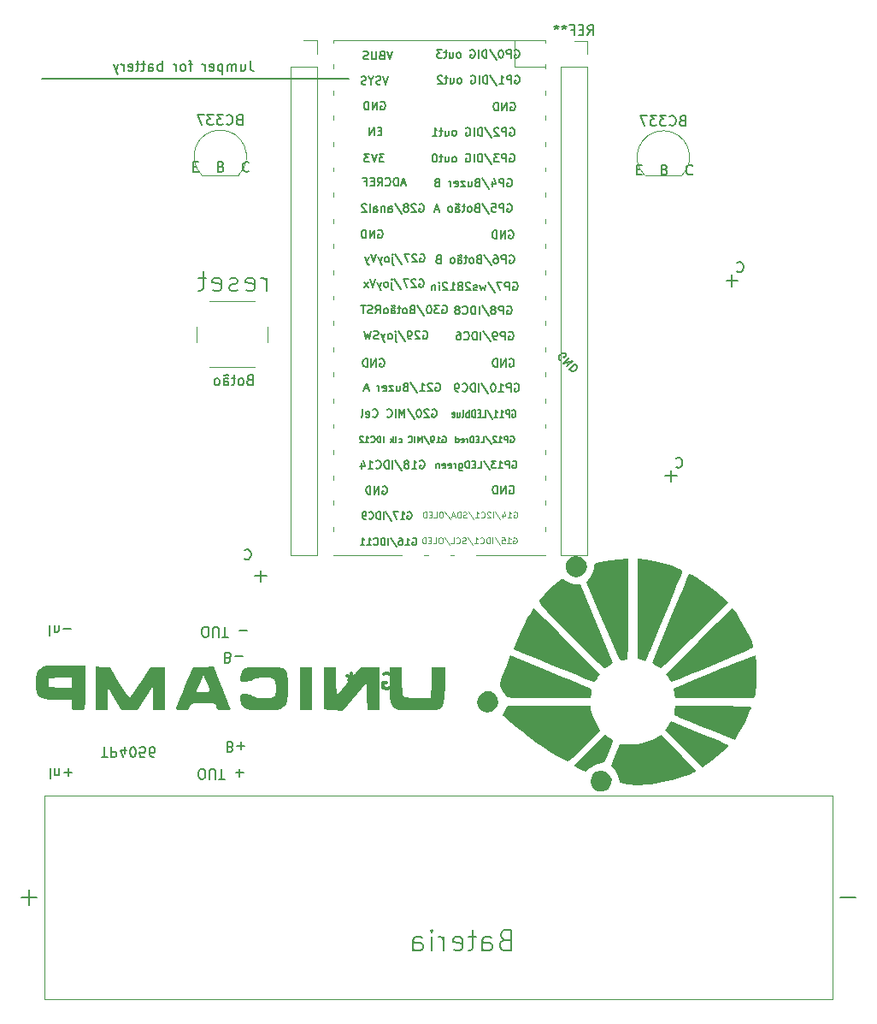
<source format=gbr>
%TF.GenerationSoftware,KiCad,Pcbnew,(6.0.11)*%
%TF.CreationDate,2023-04-25T11:56:07-03:00*%
%TF.ProjectId,Placa Base Xplorer Raspberry pi pico V3A,506c6163-6120-4426-9173-652058706c6f,rev?*%
%TF.SameCoordinates,Original*%
%TF.FileFunction,Legend,Bot*%
%TF.FilePolarity,Positive*%
%FSLAX46Y46*%
G04 Gerber Fmt 4.6, Leading zero omitted, Abs format (unit mm)*
G04 Created by KiCad (PCBNEW (6.0.11)) date 2023-04-25 11:56:07*
%MOMM*%
%LPD*%
G01*
G04 APERTURE LIST*
%ADD10C,0.150000*%
%ADD11C,0.100000*%
%ADD12C,0.300000*%
%ADD13C,0.120000*%
G04 APERTURE END LIST*
D10*
X122987257Y-64731665D02*
X92639008Y-64731665D01*
X126401523Y-105072837D02*
X126477714Y-105034741D01*
X126592000Y-105034741D01*
X126706285Y-105072837D01*
X126782476Y-105149027D01*
X126820571Y-105225217D01*
X126858666Y-105377598D01*
X126858666Y-105491884D01*
X126820571Y-105644265D01*
X126782476Y-105720456D01*
X126706285Y-105796646D01*
X126592000Y-105834741D01*
X126515809Y-105834741D01*
X126401523Y-105796646D01*
X126363428Y-105758551D01*
X126363428Y-105491884D01*
X126515809Y-105491884D01*
X126020571Y-105834741D02*
X126020571Y-105034741D01*
X125563428Y-105834741D01*
X125563428Y-105034741D01*
X125182476Y-105834741D02*
X125182476Y-105034741D01*
X124992000Y-105034741D01*
X124877714Y-105072837D01*
X124801523Y-105149027D01*
X124763428Y-105225217D01*
X124725333Y-105377598D01*
X124725333Y-105491884D01*
X124763428Y-105644265D01*
X124801523Y-105720456D01*
X124877714Y-105796646D01*
X124992000Y-105834741D01*
X125182476Y-105834741D01*
X161557091Y-84678210D02*
X160414234Y-84678210D01*
X160985663Y-84106781D02*
X160985663Y-85249638D01*
X131303390Y-97452837D02*
X131379580Y-97414741D01*
X131493866Y-97414741D01*
X131608152Y-97452837D01*
X131684342Y-97529027D01*
X131722438Y-97605217D01*
X131760533Y-97757598D01*
X131760533Y-97871884D01*
X131722438Y-98024265D01*
X131684342Y-98100456D01*
X131608152Y-98176646D01*
X131493866Y-98214741D01*
X131417676Y-98214741D01*
X131303390Y-98176646D01*
X131265295Y-98138551D01*
X131265295Y-97871884D01*
X131417676Y-97871884D01*
X130960533Y-97490932D02*
X130922438Y-97452837D01*
X130846247Y-97414741D01*
X130655771Y-97414741D01*
X130579580Y-97452837D01*
X130541485Y-97490932D01*
X130503390Y-97567122D01*
X130503390Y-97643313D01*
X130541485Y-97757598D01*
X130998628Y-98214741D01*
X130503390Y-98214741D01*
X130008152Y-97414741D02*
X129931961Y-97414741D01*
X129855771Y-97452837D01*
X129817676Y-97490932D01*
X129779580Y-97567122D01*
X129741485Y-97719503D01*
X129741485Y-97909979D01*
X129779580Y-98062360D01*
X129817676Y-98138551D01*
X129855771Y-98176646D01*
X129931961Y-98214741D01*
X130008152Y-98214741D01*
X130084342Y-98176646D01*
X130122438Y-98138551D01*
X130160533Y-98062360D01*
X130198628Y-97909979D01*
X130198628Y-97719503D01*
X130160533Y-97567122D01*
X130122438Y-97490932D01*
X130084342Y-97452837D01*
X130008152Y-97414741D01*
X128827200Y-97376646D02*
X129512914Y-98405217D01*
X128560533Y-98214741D02*
X128560533Y-97414741D01*
X128293866Y-97986170D01*
X128027200Y-97414741D01*
X128027200Y-98214741D01*
X127646247Y-98214741D02*
X127646247Y-97414741D01*
X126808152Y-98138551D02*
X126846247Y-98176646D01*
X126960533Y-98214741D01*
X127036723Y-98214741D01*
X127151009Y-98176646D01*
X127227200Y-98100456D01*
X127265295Y-98024265D01*
X127303390Y-97871884D01*
X127303390Y-97757598D01*
X127265295Y-97605217D01*
X127227200Y-97529027D01*
X127151009Y-97452837D01*
X127036723Y-97414741D01*
X126960533Y-97414741D01*
X126846247Y-97452837D01*
X126808152Y-97490932D01*
X125398628Y-98138551D02*
X125436723Y-98176646D01*
X125551009Y-98214741D01*
X125627200Y-98214741D01*
X125741485Y-98176646D01*
X125817676Y-98100456D01*
X125855771Y-98024265D01*
X125893866Y-97871884D01*
X125893866Y-97757598D01*
X125855771Y-97605217D01*
X125817676Y-97529027D01*
X125741485Y-97452837D01*
X125627200Y-97414741D01*
X125551009Y-97414741D01*
X125436723Y-97452837D01*
X125398628Y-97490932D01*
X124751009Y-98176646D02*
X124827200Y-98214741D01*
X124979580Y-98214741D01*
X125055771Y-98176646D01*
X125093866Y-98100456D01*
X125093866Y-97795694D01*
X125055771Y-97719503D01*
X124979580Y-97681408D01*
X124827200Y-97681408D01*
X124751009Y-97719503D01*
X124712914Y-97795694D01*
X124712914Y-97871884D01*
X125093866Y-97948075D01*
X124255771Y-98214741D02*
X124331961Y-98176646D01*
X124370057Y-98100456D01*
X124370057Y-97414741D01*
X139456857Y-94912837D02*
X139533047Y-94874741D01*
X139647333Y-94874741D01*
X139761619Y-94912837D01*
X139837809Y-94989027D01*
X139875904Y-95065217D01*
X139914000Y-95217598D01*
X139914000Y-95331884D01*
X139875904Y-95484265D01*
X139837809Y-95560456D01*
X139761619Y-95636646D01*
X139647333Y-95674741D01*
X139571142Y-95674741D01*
X139456857Y-95636646D01*
X139418761Y-95598551D01*
X139418761Y-95331884D01*
X139571142Y-95331884D01*
X139075904Y-95674741D02*
X139075904Y-94874741D01*
X138771142Y-94874741D01*
X138694952Y-94912837D01*
X138656857Y-94950932D01*
X138618761Y-95027122D01*
X138618761Y-95141408D01*
X138656857Y-95217598D01*
X138694952Y-95255694D01*
X138771142Y-95293789D01*
X139075904Y-95293789D01*
X137856857Y-95674741D02*
X138314000Y-95674741D01*
X138085428Y-95674741D02*
X138085428Y-94874741D01*
X138161619Y-94989027D01*
X138237809Y-95065217D01*
X138314000Y-95103313D01*
X137361619Y-94874741D02*
X137285428Y-94874741D01*
X137209238Y-94912837D01*
X137171142Y-94950932D01*
X137133047Y-95027122D01*
X137094952Y-95179503D01*
X137094952Y-95369979D01*
X137133047Y-95522360D01*
X137171142Y-95598551D01*
X137209238Y-95636646D01*
X137285428Y-95674741D01*
X137361619Y-95674741D01*
X137437809Y-95636646D01*
X137475904Y-95598551D01*
X137514000Y-95522360D01*
X137552095Y-95369979D01*
X137552095Y-95179503D01*
X137514000Y-95027122D01*
X137475904Y-94950932D01*
X137437809Y-94912837D01*
X137361619Y-94874741D01*
X136180666Y-94836646D02*
X136866380Y-95865217D01*
X135914000Y-95674741D02*
X135914000Y-94874741D01*
X135533047Y-95674741D02*
X135533047Y-94874741D01*
X135342571Y-94874741D01*
X135228285Y-94912837D01*
X135152095Y-94989027D01*
X135114000Y-95065217D01*
X135075904Y-95217598D01*
X135075904Y-95331884D01*
X135114000Y-95484265D01*
X135152095Y-95560456D01*
X135228285Y-95636646D01*
X135342571Y-95674741D01*
X135533047Y-95674741D01*
X134275904Y-95598551D02*
X134314000Y-95636646D01*
X134428285Y-95674741D01*
X134504476Y-95674741D01*
X134618761Y-95636646D01*
X134694952Y-95560456D01*
X134733047Y-95484265D01*
X134771142Y-95331884D01*
X134771142Y-95217598D01*
X134733047Y-95065217D01*
X134694952Y-94989027D01*
X134618761Y-94912837D01*
X134504476Y-94874741D01*
X134428285Y-94874741D01*
X134314000Y-94912837D01*
X134275904Y-94950932D01*
X133894952Y-95674741D02*
X133742571Y-95674741D01*
X133666380Y-95636646D01*
X133628285Y-95598551D01*
X133552095Y-95484265D01*
X133514000Y-95331884D01*
X133514000Y-95027122D01*
X133552095Y-94950932D01*
X133590190Y-94912837D01*
X133666380Y-94874741D01*
X133818761Y-94874741D01*
X133894952Y-94912837D01*
X133933047Y-94950932D01*
X133971142Y-95027122D01*
X133971142Y-95217598D01*
X133933047Y-95293789D01*
X133894952Y-95331884D01*
X133818761Y-95369979D01*
X133666380Y-95369979D01*
X133590190Y-95331884D01*
X133552095Y-95293789D01*
X133514000Y-95217598D01*
X112720476Y-111402857D02*
X112768095Y-111355238D01*
X112910952Y-111307619D01*
X113006190Y-111307619D01*
X113149047Y-111355238D01*
X113244285Y-111450476D01*
X113291904Y-111545714D01*
X113339523Y-111736190D01*
X113339523Y-111879047D01*
X113291904Y-112069523D01*
X113244285Y-112164761D01*
X113149047Y-112260000D01*
X113006190Y-112307619D01*
X112910952Y-112307619D01*
X112768095Y-112260000D01*
X112720476Y-112212380D01*
X130389066Y-89731237D02*
X130465257Y-89693141D01*
X130579542Y-89693141D01*
X130693828Y-89731237D01*
X130770019Y-89807427D01*
X130808114Y-89883617D01*
X130846209Y-90035998D01*
X130846209Y-90150284D01*
X130808114Y-90302665D01*
X130770019Y-90378856D01*
X130693828Y-90455046D01*
X130579542Y-90493141D01*
X130503352Y-90493141D01*
X130389066Y-90455046D01*
X130350971Y-90416951D01*
X130350971Y-90150284D01*
X130503352Y-90150284D01*
X130046209Y-89769332D02*
X130008114Y-89731237D01*
X129931923Y-89693141D01*
X129741447Y-89693141D01*
X129665257Y-89731237D01*
X129627161Y-89769332D01*
X129589066Y-89845522D01*
X129589066Y-89921713D01*
X129627161Y-90035998D01*
X130084304Y-90493141D01*
X129589066Y-90493141D01*
X129208114Y-90493141D02*
X129055733Y-90493141D01*
X128979542Y-90455046D01*
X128941447Y-90416951D01*
X128865257Y-90302665D01*
X128827161Y-90150284D01*
X128827161Y-89845522D01*
X128865257Y-89769332D01*
X128903352Y-89731237D01*
X128979542Y-89693141D01*
X129131923Y-89693141D01*
X129208114Y-89731237D01*
X129246209Y-89769332D01*
X129284304Y-89845522D01*
X129284304Y-90035998D01*
X129246209Y-90112189D01*
X129208114Y-90150284D01*
X129131923Y-90188379D01*
X128979542Y-90188379D01*
X128903352Y-90150284D01*
X128865257Y-90112189D01*
X128827161Y-90035998D01*
X127912876Y-89655046D02*
X128598590Y-90683617D01*
X127646209Y-89959808D02*
X127646209Y-90645522D01*
X127684304Y-90721713D01*
X127760495Y-90759808D01*
X127798590Y-90759808D01*
X127646209Y-89693141D02*
X127684304Y-89731237D01*
X127646209Y-89769332D01*
X127608114Y-89731237D01*
X127646209Y-89693141D01*
X127646209Y-89769332D01*
X127150971Y-90493141D02*
X127227161Y-90455046D01*
X127265257Y-90416951D01*
X127303352Y-90340760D01*
X127303352Y-90112189D01*
X127265257Y-90035998D01*
X127227161Y-89997903D01*
X127150971Y-89959808D01*
X127036685Y-89959808D01*
X126960495Y-89997903D01*
X126922400Y-90035998D01*
X126884304Y-90112189D01*
X126884304Y-90340760D01*
X126922400Y-90416951D01*
X126960495Y-90455046D01*
X127036685Y-90493141D01*
X127150971Y-90493141D01*
X126617638Y-89959808D02*
X126427161Y-90493141D01*
X126236685Y-89959808D02*
X126427161Y-90493141D01*
X126503352Y-90683617D01*
X126541447Y-90721713D01*
X126617638Y-90759808D01*
X125970019Y-90455046D02*
X125855733Y-90493141D01*
X125665257Y-90493141D01*
X125589066Y-90455046D01*
X125550971Y-90416951D01*
X125512876Y-90340760D01*
X125512876Y-90264570D01*
X125550971Y-90188379D01*
X125589066Y-90150284D01*
X125665257Y-90112189D01*
X125817638Y-90074094D01*
X125893828Y-90035998D01*
X125931923Y-89997903D01*
X125970019Y-89921713D01*
X125970019Y-89845522D01*
X125931923Y-89769332D01*
X125893828Y-89731237D01*
X125817638Y-89693141D01*
X125627161Y-89693141D01*
X125512876Y-89731237D01*
X125246209Y-89693141D02*
X125055733Y-90493141D01*
X124903352Y-89921713D01*
X124750971Y-90493141D01*
X124560495Y-89693141D01*
X98545923Y-131846819D02*
X99117352Y-131846819D01*
X98831638Y-130846819D02*
X98831638Y-131846819D01*
X99450685Y-130846819D02*
X99450685Y-131846819D01*
X99831638Y-131846819D01*
X99926876Y-131799200D01*
X99974495Y-131751580D01*
X100022114Y-131656342D01*
X100022114Y-131513485D01*
X99974495Y-131418247D01*
X99926876Y-131370628D01*
X99831638Y-131323009D01*
X99450685Y-131323009D01*
X100879257Y-131513485D02*
X100879257Y-130846819D01*
X100641161Y-131894438D02*
X100403066Y-131180152D01*
X101022114Y-131180152D01*
X101593542Y-131846819D02*
X101688780Y-131846819D01*
X101784019Y-131799200D01*
X101831638Y-131751580D01*
X101879257Y-131656342D01*
X101926876Y-131465866D01*
X101926876Y-131227771D01*
X101879257Y-131037295D01*
X101831638Y-130942057D01*
X101784019Y-130894438D01*
X101688780Y-130846819D01*
X101593542Y-130846819D01*
X101498304Y-130894438D01*
X101450685Y-130942057D01*
X101403066Y-131037295D01*
X101355447Y-131227771D01*
X101355447Y-131465866D01*
X101403066Y-131656342D01*
X101450685Y-131751580D01*
X101498304Y-131799200D01*
X101593542Y-131846819D01*
X102831638Y-131846819D02*
X102355447Y-131846819D01*
X102307828Y-131370628D01*
X102355447Y-131418247D01*
X102450685Y-131465866D01*
X102688780Y-131465866D01*
X102784019Y-131418247D01*
X102831638Y-131370628D01*
X102879257Y-131275390D01*
X102879257Y-131037295D01*
X102831638Y-130942057D01*
X102784019Y-130894438D01*
X102688780Y-130846819D01*
X102450685Y-130846819D01*
X102355447Y-130894438D01*
X102307828Y-130942057D01*
X103736400Y-131846819D02*
X103545923Y-131846819D01*
X103450685Y-131799200D01*
X103403066Y-131751580D01*
X103307828Y-131608723D01*
X103260209Y-131418247D01*
X103260209Y-131037295D01*
X103307828Y-130942057D01*
X103355447Y-130894438D01*
X103450685Y-130846819D01*
X103641161Y-130846819D01*
X103736400Y-130894438D01*
X103784019Y-130942057D01*
X103831638Y-131037295D01*
X103831638Y-131275390D01*
X103784019Y-131370628D01*
X103736400Y-131418247D01*
X103641161Y-131465866D01*
X103450685Y-131465866D01*
X103355447Y-131418247D01*
X103307828Y-131370628D01*
X103260209Y-131275390D01*
X151552704Y-73702208D02*
X151886038Y-73702208D01*
X152028895Y-74226017D02*
X151552704Y-74226017D01*
X151552704Y-73226017D01*
X152028895Y-73226017D01*
X154314609Y-73702208D02*
X154457466Y-73749827D01*
X154505085Y-73797446D01*
X154552704Y-73892684D01*
X154552704Y-74035541D01*
X154505085Y-74130779D01*
X154457466Y-74178398D01*
X154362228Y-74226017D01*
X153981276Y-74226017D01*
X153981276Y-73226017D01*
X154314609Y-73226017D01*
X154409847Y-73273637D01*
X154457466Y-73321256D01*
X154505085Y-73416494D01*
X154505085Y-73511732D01*
X154457466Y-73606970D01*
X154409847Y-73654589D01*
X154314609Y-73702208D01*
X153981276Y-73702208D01*
X157076514Y-74130779D02*
X157028895Y-74178398D01*
X156886038Y-74226017D01*
X156790800Y-74226017D01*
X156647942Y-74178398D01*
X156552704Y-74083160D01*
X156505085Y-73987922D01*
X156457466Y-73797446D01*
X156457466Y-73654589D01*
X156505085Y-73464113D01*
X156552704Y-73368875D01*
X156647942Y-73273637D01*
X156790800Y-73226017D01*
X156886038Y-73226017D01*
X157028895Y-73273637D01*
X157076514Y-73321256D01*
X139209200Y-97553637D02*
X139266342Y-97520303D01*
X139352057Y-97520303D01*
X139437771Y-97553637D01*
X139494914Y-97620303D01*
X139523485Y-97686970D01*
X139552057Y-97820303D01*
X139552057Y-97920303D01*
X139523485Y-98053637D01*
X139494914Y-98120303D01*
X139437771Y-98186970D01*
X139352057Y-98220303D01*
X139294914Y-98220303D01*
X139209200Y-98186970D01*
X139180628Y-98153637D01*
X139180628Y-97920303D01*
X139294914Y-97920303D01*
X138923485Y-98220303D02*
X138923485Y-97520303D01*
X138694914Y-97520303D01*
X138637771Y-97553637D01*
X138609200Y-97586970D01*
X138580628Y-97653637D01*
X138580628Y-97753637D01*
X138609200Y-97820303D01*
X138637771Y-97853637D01*
X138694914Y-97886970D01*
X138923485Y-97886970D01*
X138009200Y-98220303D02*
X138352057Y-98220303D01*
X138180628Y-98220303D02*
X138180628Y-97520303D01*
X138237771Y-97620303D01*
X138294914Y-97686970D01*
X138352057Y-97720303D01*
X137437771Y-98220303D02*
X137780628Y-98220303D01*
X137609200Y-98220303D02*
X137609200Y-97520303D01*
X137666342Y-97620303D01*
X137723485Y-97686970D01*
X137780628Y-97720303D01*
X136752057Y-97486970D02*
X137266342Y-98386970D01*
X136266342Y-98220303D02*
X136552057Y-98220303D01*
X136552057Y-97520303D01*
X136066342Y-97853637D02*
X135866342Y-97853637D01*
X135780628Y-98220303D02*
X136066342Y-98220303D01*
X136066342Y-97520303D01*
X135780628Y-97520303D01*
X135523485Y-98220303D02*
X135523485Y-97520303D01*
X135380628Y-97520303D01*
X135294914Y-97553637D01*
X135237771Y-97620303D01*
X135209200Y-97686970D01*
X135180628Y-97820303D01*
X135180628Y-97920303D01*
X135209200Y-98053637D01*
X135237771Y-98120303D01*
X135294914Y-98186970D01*
X135380628Y-98220303D01*
X135523485Y-98220303D01*
X134923485Y-98220303D02*
X134923485Y-97520303D01*
X134923485Y-97786970D02*
X134866342Y-97753637D01*
X134752057Y-97753637D01*
X134694914Y-97786970D01*
X134666342Y-97820303D01*
X134637771Y-97886970D01*
X134637771Y-98086970D01*
X134666342Y-98153637D01*
X134694914Y-98186970D01*
X134752057Y-98220303D01*
X134866342Y-98220303D01*
X134923485Y-98186970D01*
X134294914Y-98220303D02*
X134352057Y-98186970D01*
X134380628Y-98120303D01*
X134380628Y-97520303D01*
X133809200Y-97753637D02*
X133809200Y-98220303D01*
X134066342Y-97753637D02*
X134066342Y-98120303D01*
X134037771Y-98186970D01*
X133980628Y-98220303D01*
X133894914Y-98220303D01*
X133837771Y-98186970D01*
X133809200Y-98153637D01*
X133294914Y-98186970D02*
X133352057Y-98220303D01*
X133466342Y-98220303D01*
X133523485Y-98186970D01*
X133552057Y-98120303D01*
X133552057Y-97853637D01*
X133523485Y-97786970D01*
X133466342Y-97753637D01*
X133352057Y-97753637D01*
X133294914Y-97786970D01*
X133266342Y-97853637D01*
X133266342Y-97920303D01*
X133552057Y-97986970D01*
X155449309Y-102304410D02*
X155496928Y-102256791D01*
X155639785Y-102209172D01*
X155735023Y-102209172D01*
X155877880Y-102256791D01*
X155973118Y-102352029D01*
X156020737Y-102447267D01*
X156068356Y-102637743D01*
X156068356Y-102780600D01*
X156020737Y-102971076D01*
X155973118Y-103066314D01*
X155877880Y-103161553D01*
X155735023Y-103209172D01*
X155639785Y-103209172D01*
X155496928Y-103161553D01*
X155449309Y-103113933D01*
X138949123Y-105022037D02*
X139025314Y-104983941D01*
X139139600Y-104983941D01*
X139253885Y-105022037D01*
X139330076Y-105098227D01*
X139368171Y-105174417D01*
X139406266Y-105326798D01*
X139406266Y-105441084D01*
X139368171Y-105593465D01*
X139330076Y-105669656D01*
X139253885Y-105745846D01*
X139139600Y-105783941D01*
X139063409Y-105783941D01*
X138949123Y-105745846D01*
X138911028Y-105707751D01*
X138911028Y-105441084D01*
X139063409Y-105441084D01*
X138568171Y-105783941D02*
X138568171Y-104983941D01*
X138111028Y-105783941D01*
X138111028Y-104983941D01*
X137730076Y-105783941D02*
X137730076Y-104983941D01*
X137539600Y-104983941D01*
X137425314Y-105022037D01*
X137349123Y-105098227D01*
X137311028Y-105174417D01*
X137272933Y-105326798D01*
X137272933Y-105441084D01*
X137311028Y-105593465D01*
X137349123Y-105669656D01*
X137425314Y-105745846D01*
X137539600Y-105783941D01*
X137730076Y-105783941D01*
X93408571Y-118807219D02*
X93408571Y-119807219D01*
X93884761Y-119473885D02*
X93884761Y-118807219D01*
X93884761Y-119378647D02*
X93932380Y-119426266D01*
X94027619Y-119473885D01*
X94170476Y-119473885D01*
X94265714Y-119426266D01*
X94313333Y-119331028D01*
X94313333Y-118807219D01*
X94789523Y-119188171D02*
X95551428Y-119188171D01*
X90627295Y-145735657D02*
X92151104Y-145735657D01*
X91389200Y-146497561D02*
X91389200Y-144973752D01*
X128858000Y-107612037D02*
X128924666Y-107578703D01*
X129024666Y-107578703D01*
X129124666Y-107612037D01*
X129191333Y-107678703D01*
X129224666Y-107745370D01*
X129258000Y-107878703D01*
X129258000Y-107978703D01*
X129224666Y-108112037D01*
X129191333Y-108178703D01*
X129124666Y-108245370D01*
X129024666Y-108278703D01*
X128958000Y-108278703D01*
X128858000Y-108245370D01*
X128824666Y-108212037D01*
X128824666Y-107978703D01*
X128958000Y-107978703D01*
X128158000Y-108278703D02*
X128558000Y-108278703D01*
X128358000Y-108278703D02*
X128358000Y-107578703D01*
X128424666Y-107678703D01*
X128491333Y-107745370D01*
X128558000Y-107778703D01*
X127924666Y-107578703D02*
X127458000Y-107578703D01*
X127758000Y-108278703D01*
X126691333Y-107545370D02*
X127291333Y-108445370D01*
X126458000Y-108278703D02*
X126458000Y-107578703D01*
X126124666Y-108278703D02*
X126124666Y-107578703D01*
X125958000Y-107578703D01*
X125858000Y-107612037D01*
X125791333Y-107678703D01*
X125758000Y-107745370D01*
X125724666Y-107878703D01*
X125724666Y-107978703D01*
X125758000Y-108112037D01*
X125791333Y-108178703D01*
X125858000Y-108245370D01*
X125958000Y-108278703D01*
X126124666Y-108278703D01*
X125024666Y-108212037D02*
X125058000Y-108245370D01*
X125158000Y-108278703D01*
X125224666Y-108278703D01*
X125324666Y-108245370D01*
X125391333Y-108178703D01*
X125424666Y-108112037D01*
X125458000Y-107978703D01*
X125458000Y-107878703D01*
X125424666Y-107745370D01*
X125391333Y-107678703D01*
X125324666Y-107612037D01*
X125224666Y-107578703D01*
X125158000Y-107578703D01*
X125058000Y-107612037D01*
X125024666Y-107645370D01*
X124691333Y-108278703D02*
X124558000Y-108278703D01*
X124491333Y-108245370D01*
X124458000Y-108212037D01*
X124391333Y-108112037D01*
X124358000Y-107978703D01*
X124358000Y-107712037D01*
X124391333Y-107645370D01*
X124424666Y-107612037D01*
X124491333Y-107578703D01*
X124624666Y-107578703D01*
X124691333Y-107612037D01*
X124724666Y-107645370D01*
X124758000Y-107712037D01*
X124758000Y-107878703D01*
X124724666Y-107945370D01*
X124691333Y-107978703D01*
X124624666Y-108012037D01*
X124491333Y-108012037D01*
X124424666Y-107978703D01*
X124391333Y-107945370D01*
X124358000Y-107878703D01*
X138720304Y-87242037D02*
X138796495Y-87203941D01*
X138910780Y-87203941D01*
X139025066Y-87242037D01*
X139101257Y-87318227D01*
X139139352Y-87394417D01*
X139177447Y-87546798D01*
X139177447Y-87661084D01*
X139139352Y-87813465D01*
X139101257Y-87889656D01*
X139025066Y-87965846D01*
X138910780Y-88003941D01*
X138834590Y-88003941D01*
X138720304Y-87965846D01*
X138682209Y-87927751D01*
X138682209Y-87661084D01*
X138834590Y-87661084D01*
X138339352Y-88003941D02*
X138339352Y-87203941D01*
X138034590Y-87203941D01*
X137958400Y-87242037D01*
X137920304Y-87280132D01*
X137882209Y-87356322D01*
X137882209Y-87470608D01*
X137920304Y-87546798D01*
X137958400Y-87584894D01*
X138034590Y-87622989D01*
X138339352Y-87622989D01*
X137425066Y-87546798D02*
X137501257Y-87508703D01*
X137539352Y-87470608D01*
X137577447Y-87394417D01*
X137577447Y-87356322D01*
X137539352Y-87280132D01*
X137501257Y-87242037D01*
X137425066Y-87203941D01*
X137272685Y-87203941D01*
X137196495Y-87242037D01*
X137158400Y-87280132D01*
X137120304Y-87356322D01*
X137120304Y-87394417D01*
X137158400Y-87470608D01*
X137196495Y-87508703D01*
X137272685Y-87546798D01*
X137425066Y-87546798D01*
X137501257Y-87584894D01*
X137539352Y-87622989D01*
X137577447Y-87699179D01*
X137577447Y-87851560D01*
X137539352Y-87927751D01*
X137501257Y-87965846D01*
X137425066Y-88003941D01*
X137272685Y-88003941D01*
X137196495Y-87965846D01*
X137158400Y-87927751D01*
X137120304Y-87851560D01*
X137120304Y-87699179D01*
X137158400Y-87622989D01*
X137196495Y-87584894D01*
X137272685Y-87546798D01*
X136206019Y-87165846D02*
X136891733Y-88194417D01*
X135939352Y-88003941D02*
X135939352Y-87203941D01*
X135558400Y-88003941D02*
X135558400Y-87203941D01*
X135367923Y-87203941D01*
X135253638Y-87242037D01*
X135177447Y-87318227D01*
X135139352Y-87394417D01*
X135101257Y-87546798D01*
X135101257Y-87661084D01*
X135139352Y-87813465D01*
X135177447Y-87889656D01*
X135253638Y-87965846D01*
X135367923Y-88003941D01*
X135558400Y-88003941D01*
X134301257Y-87927751D02*
X134339352Y-87965846D01*
X134453638Y-88003941D01*
X134529828Y-88003941D01*
X134644114Y-87965846D01*
X134720304Y-87889656D01*
X134758400Y-87813465D01*
X134796495Y-87661084D01*
X134796495Y-87546798D01*
X134758400Y-87394417D01*
X134720304Y-87318227D01*
X134644114Y-87242037D01*
X134529828Y-87203941D01*
X134453638Y-87203941D01*
X134339352Y-87242037D01*
X134301257Y-87280132D01*
X133844114Y-87546798D02*
X133920304Y-87508703D01*
X133958400Y-87470608D01*
X133996495Y-87394417D01*
X133996495Y-87356322D01*
X133958400Y-87280132D01*
X133920304Y-87242037D01*
X133844114Y-87203941D01*
X133691733Y-87203941D01*
X133615542Y-87242037D01*
X133577447Y-87280132D01*
X133539352Y-87356322D01*
X133539352Y-87394417D01*
X133577447Y-87470608D01*
X133615542Y-87508703D01*
X133691733Y-87546798D01*
X133844114Y-87546798D01*
X133920304Y-87584894D01*
X133958400Y-87622989D01*
X133996495Y-87699179D01*
X133996495Y-87851560D01*
X133958400Y-87927751D01*
X133920304Y-87965846D01*
X133844114Y-88003941D01*
X133691733Y-88003941D01*
X133615542Y-87965846D01*
X133577447Y-87927751D01*
X133539352Y-87851560D01*
X133539352Y-87699179D01*
X133577447Y-87622989D01*
X133615542Y-87584894D01*
X133691733Y-87546798D01*
X139067942Y-100143637D02*
X139125085Y-100115065D01*
X139210800Y-100115065D01*
X139296514Y-100143637D01*
X139353657Y-100200779D01*
X139382228Y-100257922D01*
X139410800Y-100372208D01*
X139410800Y-100457922D01*
X139382228Y-100572208D01*
X139353657Y-100629351D01*
X139296514Y-100686494D01*
X139210800Y-100715065D01*
X139153657Y-100715065D01*
X139067942Y-100686494D01*
X139039371Y-100657922D01*
X139039371Y-100457922D01*
X139153657Y-100457922D01*
X138782228Y-100715065D02*
X138782228Y-100115065D01*
X138553657Y-100115065D01*
X138496514Y-100143637D01*
X138467942Y-100172208D01*
X138439371Y-100229351D01*
X138439371Y-100315065D01*
X138467942Y-100372208D01*
X138496514Y-100400779D01*
X138553657Y-100429351D01*
X138782228Y-100429351D01*
X137867942Y-100715065D02*
X138210800Y-100715065D01*
X138039371Y-100715065D02*
X138039371Y-100115065D01*
X138096514Y-100200779D01*
X138153657Y-100257922D01*
X138210800Y-100286494D01*
X137639371Y-100172208D02*
X137610800Y-100143637D01*
X137553657Y-100115065D01*
X137410800Y-100115065D01*
X137353657Y-100143637D01*
X137325085Y-100172208D01*
X137296514Y-100229351D01*
X137296514Y-100286494D01*
X137325085Y-100372208D01*
X137667942Y-100715065D01*
X137296514Y-100715065D01*
X136610800Y-100086494D02*
X137125085Y-100857922D01*
X136125085Y-100715065D02*
X136410800Y-100715065D01*
X136410800Y-100115065D01*
X135925085Y-100400779D02*
X135725085Y-100400779D01*
X135639371Y-100715065D02*
X135925085Y-100715065D01*
X135925085Y-100115065D01*
X135639371Y-100115065D01*
X135382228Y-100715065D02*
X135382228Y-100115065D01*
X135239371Y-100115065D01*
X135153657Y-100143637D01*
X135096514Y-100200779D01*
X135067942Y-100257922D01*
X135039371Y-100372208D01*
X135039371Y-100457922D01*
X135067942Y-100572208D01*
X135096514Y-100629351D01*
X135153657Y-100686494D01*
X135239371Y-100715065D01*
X135382228Y-100715065D01*
X134782228Y-100715065D02*
X134782228Y-100315065D01*
X134782228Y-100429351D02*
X134753657Y-100372208D01*
X134725085Y-100343637D01*
X134667942Y-100315065D01*
X134610800Y-100315065D01*
X134182228Y-100686494D02*
X134239371Y-100715065D01*
X134353657Y-100715065D01*
X134410800Y-100686494D01*
X134439371Y-100629351D01*
X134439371Y-100400779D01*
X134410800Y-100343637D01*
X134353657Y-100315065D01*
X134239371Y-100315065D01*
X134182228Y-100343637D01*
X134153657Y-100400779D01*
X134153657Y-100457922D01*
X134439371Y-100515065D01*
X133639371Y-100715065D02*
X133639371Y-100115065D01*
X133639371Y-100686494D02*
X133696514Y-100715065D01*
X133810800Y-100715065D01*
X133867942Y-100686494D01*
X133896514Y-100657922D01*
X133925085Y-100600779D01*
X133925085Y-100429351D01*
X133896514Y-100372208D01*
X133867942Y-100343637D01*
X133810800Y-100315065D01*
X133696514Y-100315065D01*
X133639371Y-100343637D01*
X139012247Y-72205237D02*
X139088438Y-72167141D01*
X139202723Y-72167141D01*
X139317009Y-72205237D01*
X139393200Y-72281427D01*
X139431295Y-72357617D01*
X139469390Y-72509998D01*
X139469390Y-72624284D01*
X139431295Y-72776665D01*
X139393200Y-72852856D01*
X139317009Y-72929046D01*
X139202723Y-72967141D01*
X139126533Y-72967141D01*
X139012247Y-72929046D01*
X138974152Y-72890951D01*
X138974152Y-72624284D01*
X139126533Y-72624284D01*
X138631295Y-72967141D02*
X138631295Y-72167141D01*
X138326533Y-72167141D01*
X138250342Y-72205237D01*
X138212247Y-72243332D01*
X138174152Y-72319522D01*
X138174152Y-72433808D01*
X138212247Y-72509998D01*
X138250342Y-72548094D01*
X138326533Y-72586189D01*
X138631295Y-72586189D01*
X137907485Y-72167141D02*
X137412247Y-72167141D01*
X137678914Y-72471903D01*
X137564628Y-72471903D01*
X137488438Y-72509998D01*
X137450342Y-72548094D01*
X137412247Y-72624284D01*
X137412247Y-72814760D01*
X137450342Y-72890951D01*
X137488438Y-72929046D01*
X137564628Y-72967141D01*
X137793200Y-72967141D01*
X137869390Y-72929046D01*
X137907485Y-72890951D01*
X136497961Y-72129046D02*
X137183676Y-73157617D01*
X136231295Y-72967141D02*
X136231295Y-72167141D01*
X136040819Y-72167141D01*
X135926533Y-72205237D01*
X135850342Y-72281427D01*
X135812247Y-72357617D01*
X135774152Y-72509998D01*
X135774152Y-72624284D01*
X135812247Y-72776665D01*
X135850342Y-72852856D01*
X135926533Y-72929046D01*
X136040819Y-72967141D01*
X136231295Y-72967141D01*
X135431295Y-72967141D02*
X135431295Y-72167141D01*
X134631295Y-72205237D02*
X134707485Y-72167141D01*
X134821771Y-72167141D01*
X134936057Y-72205237D01*
X135012247Y-72281427D01*
X135050342Y-72357617D01*
X135088438Y-72509998D01*
X135088438Y-72624284D01*
X135050342Y-72776665D01*
X135012247Y-72852856D01*
X134936057Y-72929046D01*
X134821771Y-72967141D01*
X134745580Y-72967141D01*
X134631295Y-72929046D01*
X134593200Y-72890951D01*
X134593200Y-72624284D01*
X134745580Y-72624284D01*
X133526533Y-72967141D02*
X133602723Y-72929046D01*
X133640819Y-72890951D01*
X133678914Y-72814760D01*
X133678914Y-72586189D01*
X133640819Y-72509998D01*
X133602723Y-72471903D01*
X133526533Y-72433808D01*
X133412247Y-72433808D01*
X133336057Y-72471903D01*
X133297961Y-72509998D01*
X133259866Y-72586189D01*
X133259866Y-72814760D01*
X133297961Y-72890951D01*
X133336057Y-72929046D01*
X133412247Y-72967141D01*
X133526533Y-72967141D01*
X132574152Y-72433808D02*
X132574152Y-72967141D01*
X132917009Y-72433808D02*
X132917009Y-72852856D01*
X132878914Y-72929046D01*
X132802723Y-72967141D01*
X132688438Y-72967141D01*
X132612247Y-72929046D01*
X132574152Y-72890951D01*
X132307485Y-72433808D02*
X132002723Y-72433808D01*
X132193200Y-72167141D02*
X132193200Y-72852856D01*
X132155104Y-72929046D01*
X132078914Y-72967141D01*
X132002723Y-72967141D01*
X131583676Y-72167141D02*
X131507485Y-72167141D01*
X131431295Y-72205237D01*
X131393200Y-72243332D01*
X131355104Y-72319522D01*
X131317009Y-72471903D01*
X131317009Y-72662379D01*
X131355104Y-72814760D01*
X131393200Y-72890951D01*
X131431295Y-72929046D01*
X131507485Y-72967141D01*
X131583676Y-72967141D01*
X131659866Y-72929046D01*
X131697961Y-72890951D01*
X131736057Y-72814760D01*
X131774152Y-72662379D01*
X131774152Y-72471903D01*
X131736057Y-72319522D01*
X131697961Y-72243332D01*
X131659866Y-72205237D01*
X131583676Y-72167141D01*
X126198323Y-67023637D02*
X126274514Y-66985541D01*
X126388800Y-66985541D01*
X126503085Y-67023637D01*
X126579276Y-67099827D01*
X126617371Y-67176017D01*
X126655466Y-67328398D01*
X126655466Y-67442684D01*
X126617371Y-67595065D01*
X126579276Y-67671256D01*
X126503085Y-67747446D01*
X126388800Y-67785541D01*
X126312609Y-67785541D01*
X126198323Y-67747446D01*
X126160228Y-67709351D01*
X126160228Y-67442684D01*
X126312609Y-67442684D01*
X125817371Y-67785541D02*
X125817371Y-66985541D01*
X125360228Y-67785541D01*
X125360228Y-66985541D01*
X124979276Y-67785541D02*
X124979276Y-66985541D01*
X124788800Y-66985541D01*
X124674514Y-67023637D01*
X124598323Y-67099827D01*
X124560228Y-67176017D01*
X124522133Y-67328398D01*
X124522133Y-67442684D01*
X124560228Y-67595065D01*
X124598323Y-67671256D01*
X124674514Y-67747446D01*
X124788800Y-67785541D01*
X124979276Y-67785541D01*
X138764628Y-74643637D02*
X138840819Y-74605541D01*
X138955104Y-74605541D01*
X139069390Y-74643637D01*
X139145580Y-74719827D01*
X139183676Y-74796017D01*
X139221771Y-74948398D01*
X139221771Y-75062684D01*
X139183676Y-75215065D01*
X139145580Y-75291256D01*
X139069390Y-75367446D01*
X138955104Y-75405541D01*
X138878914Y-75405541D01*
X138764628Y-75367446D01*
X138726533Y-75329351D01*
X138726533Y-75062684D01*
X138878914Y-75062684D01*
X138383676Y-75405541D02*
X138383676Y-74605541D01*
X138078914Y-74605541D01*
X138002723Y-74643637D01*
X137964628Y-74681732D01*
X137926533Y-74757922D01*
X137926533Y-74872208D01*
X137964628Y-74948398D01*
X138002723Y-74986494D01*
X138078914Y-75024589D01*
X138383676Y-75024589D01*
X137240819Y-74872208D02*
X137240819Y-75405541D01*
X137431295Y-74567446D02*
X137621771Y-75138875D01*
X137126533Y-75138875D01*
X136250342Y-74567446D02*
X136936057Y-75596017D01*
X135717009Y-74986494D02*
X135602723Y-75024589D01*
X135564628Y-75062684D01*
X135526533Y-75138875D01*
X135526533Y-75253160D01*
X135564628Y-75329351D01*
X135602723Y-75367446D01*
X135678914Y-75405541D01*
X135983676Y-75405541D01*
X135983676Y-74605541D01*
X135717009Y-74605541D01*
X135640819Y-74643637D01*
X135602723Y-74681732D01*
X135564628Y-74757922D01*
X135564628Y-74834113D01*
X135602723Y-74910303D01*
X135640819Y-74948398D01*
X135717009Y-74986494D01*
X135983676Y-74986494D01*
X134840819Y-74872208D02*
X134840819Y-75405541D01*
X135183676Y-74872208D02*
X135183676Y-75291256D01*
X135145580Y-75367446D01*
X135069390Y-75405541D01*
X134955104Y-75405541D01*
X134878914Y-75367446D01*
X134840819Y-75329351D01*
X134536057Y-74872208D02*
X134117009Y-74872208D01*
X134536057Y-75405541D01*
X134117009Y-75405541D01*
X133507485Y-75367446D02*
X133583676Y-75405541D01*
X133736057Y-75405541D01*
X133812247Y-75367446D01*
X133850342Y-75291256D01*
X133850342Y-74986494D01*
X133812247Y-74910303D01*
X133736057Y-74872208D01*
X133583676Y-74872208D01*
X133507485Y-74910303D01*
X133469390Y-74986494D01*
X133469390Y-75062684D01*
X133850342Y-75138875D01*
X133126533Y-75405541D02*
X133126533Y-74872208D01*
X133126533Y-75024589D02*
X133088438Y-74948398D01*
X133050342Y-74910303D01*
X132974152Y-74872208D01*
X132897961Y-74872208D01*
X131755104Y-74986494D02*
X131640819Y-75024589D01*
X131602723Y-75062684D01*
X131564628Y-75138875D01*
X131564628Y-75253160D01*
X131602723Y-75329351D01*
X131640819Y-75367446D01*
X131717009Y-75405541D01*
X132021771Y-75405541D01*
X132021771Y-74605541D01*
X131755104Y-74605541D01*
X131678914Y-74643637D01*
X131640819Y-74681732D01*
X131602723Y-74757922D01*
X131602723Y-74834113D01*
X131640819Y-74910303D01*
X131678914Y-74948398D01*
X131755104Y-74986494D01*
X132021771Y-74986494D01*
X128649238Y-75075370D02*
X128268285Y-75075370D01*
X128725428Y-75303941D02*
X128458761Y-74503941D01*
X128192095Y-75303941D01*
X127925428Y-75303941D02*
X127925428Y-74503941D01*
X127734952Y-74503941D01*
X127620666Y-74542037D01*
X127544476Y-74618227D01*
X127506380Y-74694417D01*
X127468285Y-74846798D01*
X127468285Y-74961084D01*
X127506380Y-75113465D01*
X127544476Y-75189656D01*
X127620666Y-75265846D01*
X127734952Y-75303941D01*
X127925428Y-75303941D01*
X126668285Y-75227751D02*
X126706380Y-75265846D01*
X126820666Y-75303941D01*
X126896857Y-75303941D01*
X127011142Y-75265846D01*
X127087333Y-75189656D01*
X127125428Y-75113465D01*
X127163523Y-74961084D01*
X127163523Y-74846798D01*
X127125428Y-74694417D01*
X127087333Y-74618227D01*
X127011142Y-74542037D01*
X126896857Y-74503941D01*
X126820666Y-74503941D01*
X126706380Y-74542037D01*
X126668285Y-74580132D01*
X125868285Y-75303941D02*
X126134952Y-74922989D01*
X126325428Y-75303941D02*
X126325428Y-74503941D01*
X126020666Y-74503941D01*
X125944476Y-74542037D01*
X125906380Y-74580132D01*
X125868285Y-74656322D01*
X125868285Y-74770608D01*
X125906380Y-74846798D01*
X125944476Y-74884894D01*
X126020666Y-74922989D01*
X126325428Y-74922989D01*
X125525428Y-74884894D02*
X125258761Y-74884894D01*
X125144476Y-75303941D02*
X125525428Y-75303941D01*
X125525428Y-74503941D01*
X125144476Y-74503941D01*
X124534952Y-74884894D02*
X124801619Y-74884894D01*
X124801619Y-75303941D02*
X124801619Y-74503941D01*
X124420666Y-74503941D01*
X138949123Y-92474437D02*
X139025314Y-92436341D01*
X139139600Y-92436341D01*
X139253885Y-92474437D01*
X139330076Y-92550627D01*
X139368171Y-92626817D01*
X139406266Y-92779198D01*
X139406266Y-92893484D01*
X139368171Y-93045865D01*
X139330076Y-93122056D01*
X139253885Y-93198246D01*
X139139600Y-93236341D01*
X139063409Y-93236341D01*
X138949123Y-93198246D01*
X138911028Y-93160151D01*
X138911028Y-92893484D01*
X139063409Y-92893484D01*
X138568171Y-93236341D02*
X138568171Y-92436341D01*
X138111028Y-93236341D01*
X138111028Y-92436341D01*
X137730076Y-93236341D02*
X137730076Y-92436341D01*
X137539600Y-92436341D01*
X137425314Y-92474437D01*
X137349123Y-92550627D01*
X137311028Y-92626817D01*
X137272933Y-92779198D01*
X137272933Y-92893484D01*
X137311028Y-93045865D01*
X137349123Y-93122056D01*
X137425314Y-93198246D01*
X137539600Y-93236341D01*
X137730076Y-93236341D01*
X125944323Y-79723637D02*
X126020514Y-79685541D01*
X126134800Y-79685541D01*
X126249085Y-79723637D01*
X126325276Y-79799827D01*
X126363371Y-79876017D01*
X126401466Y-80028398D01*
X126401466Y-80142684D01*
X126363371Y-80295065D01*
X126325276Y-80371256D01*
X126249085Y-80447446D01*
X126134800Y-80485541D01*
X126058609Y-80485541D01*
X125944323Y-80447446D01*
X125906228Y-80409351D01*
X125906228Y-80142684D01*
X126058609Y-80142684D01*
X125563371Y-80485541D02*
X125563371Y-79685541D01*
X125106228Y-80485541D01*
X125106228Y-79685541D01*
X124725276Y-80485541D02*
X124725276Y-79685541D01*
X124534800Y-79685541D01*
X124420514Y-79723637D01*
X124344323Y-79799827D01*
X124306228Y-79876017D01*
X124268133Y-80028398D01*
X124268133Y-80142684D01*
X124306228Y-80295065D01*
X124344323Y-80371256D01*
X124420514Y-80447446D01*
X124534800Y-80485541D01*
X124725276Y-80485541D01*
X139247200Y-102582837D02*
X139313866Y-102549503D01*
X139413866Y-102549503D01*
X139513866Y-102582837D01*
X139580533Y-102649503D01*
X139613866Y-102716170D01*
X139647200Y-102849503D01*
X139647200Y-102949503D01*
X139613866Y-103082837D01*
X139580533Y-103149503D01*
X139513866Y-103216170D01*
X139413866Y-103249503D01*
X139347200Y-103249503D01*
X139247200Y-103216170D01*
X139213866Y-103182837D01*
X139213866Y-102949503D01*
X139347200Y-102949503D01*
X138913866Y-103249503D02*
X138913866Y-102549503D01*
X138647200Y-102549503D01*
X138580533Y-102582837D01*
X138547200Y-102616170D01*
X138513866Y-102682837D01*
X138513866Y-102782837D01*
X138547200Y-102849503D01*
X138580533Y-102882837D01*
X138647200Y-102916170D01*
X138913866Y-102916170D01*
X137847200Y-103249503D02*
X138247200Y-103249503D01*
X138047200Y-103249503D02*
X138047200Y-102549503D01*
X138113866Y-102649503D01*
X138180533Y-102716170D01*
X138247200Y-102749503D01*
X137613866Y-102549503D02*
X137180533Y-102549503D01*
X137413866Y-102816170D01*
X137313866Y-102816170D01*
X137247200Y-102849503D01*
X137213866Y-102882837D01*
X137180533Y-102949503D01*
X137180533Y-103116170D01*
X137213866Y-103182837D01*
X137247200Y-103216170D01*
X137313866Y-103249503D01*
X137513866Y-103249503D01*
X137580533Y-103216170D01*
X137613866Y-103182837D01*
X136380533Y-102516170D02*
X136980533Y-103416170D01*
X135813866Y-103249503D02*
X136147200Y-103249503D01*
X136147200Y-102549503D01*
X135580533Y-102882837D02*
X135347200Y-102882837D01*
X135247200Y-103249503D02*
X135580533Y-103249503D01*
X135580533Y-102549503D01*
X135247200Y-102549503D01*
X134947200Y-103249503D02*
X134947200Y-102549503D01*
X134780533Y-102549503D01*
X134680533Y-102582837D01*
X134613866Y-102649503D01*
X134580533Y-102716170D01*
X134547200Y-102849503D01*
X134547200Y-102949503D01*
X134580533Y-103082837D01*
X134613866Y-103149503D01*
X134680533Y-103216170D01*
X134780533Y-103249503D01*
X134947200Y-103249503D01*
X133947200Y-102782837D02*
X133947200Y-103349503D01*
X133980533Y-103416170D01*
X134013866Y-103449503D01*
X134080533Y-103482837D01*
X134180533Y-103482837D01*
X134247200Y-103449503D01*
X133947200Y-103216170D02*
X134013866Y-103249503D01*
X134147200Y-103249503D01*
X134213866Y-103216170D01*
X134247200Y-103182837D01*
X134280533Y-103116170D01*
X134280533Y-102916170D01*
X134247200Y-102849503D01*
X134213866Y-102816170D01*
X134147200Y-102782837D01*
X134013866Y-102782837D01*
X133947200Y-102816170D01*
X133613866Y-103249503D02*
X133613866Y-102782837D01*
X133613866Y-102916170D02*
X133580533Y-102849503D01*
X133547200Y-102816170D01*
X133480533Y-102782837D01*
X133413866Y-102782837D01*
X132913866Y-103216170D02*
X132980533Y-103249503D01*
X133113866Y-103249503D01*
X133180533Y-103216170D01*
X133213866Y-103149503D01*
X133213866Y-102882837D01*
X133180533Y-102816170D01*
X133113866Y-102782837D01*
X132980533Y-102782837D01*
X132913866Y-102816170D01*
X132880533Y-102882837D01*
X132880533Y-102949503D01*
X133213866Y-103016170D01*
X132313866Y-103216170D02*
X132380533Y-103249503D01*
X132513866Y-103249503D01*
X132580533Y-103216170D01*
X132613866Y-103149503D01*
X132613866Y-102882837D01*
X132580533Y-102816170D01*
X132513866Y-102782837D01*
X132380533Y-102782837D01*
X132313866Y-102816170D01*
X132280533Y-102882837D01*
X132280533Y-102949503D01*
X132613866Y-103016170D01*
X131980533Y-102782837D02*
X131980533Y-103249503D01*
X131980533Y-102849503D02*
X131947200Y-102816170D01*
X131880533Y-102782837D01*
X131780533Y-102782837D01*
X131713866Y-102816170D01*
X131680533Y-102882837D01*
X131680533Y-103249503D01*
X138466076Y-149932379D02*
X138180361Y-150027617D01*
X138085123Y-150122856D01*
X137989885Y-150313332D01*
X137989885Y-150599046D01*
X138085123Y-150789522D01*
X138180361Y-150884760D01*
X138370838Y-150979998D01*
X139132742Y-150979998D01*
X139132742Y-148979998D01*
X138466076Y-148979998D01*
X138275600Y-149075237D01*
X138180361Y-149170475D01*
X138085123Y-149360951D01*
X138085123Y-149551427D01*
X138180361Y-149741903D01*
X138275600Y-149837141D01*
X138466076Y-149932379D01*
X139132742Y-149932379D01*
X136275600Y-150979998D02*
X136275600Y-149932379D01*
X136370838Y-149741903D01*
X136561314Y-149646665D01*
X136942266Y-149646665D01*
X137132742Y-149741903D01*
X136275600Y-150884760D02*
X136466076Y-150979998D01*
X136942266Y-150979998D01*
X137132742Y-150884760D01*
X137227980Y-150694284D01*
X137227980Y-150503808D01*
X137132742Y-150313332D01*
X136942266Y-150218094D01*
X136466076Y-150218094D01*
X136275600Y-150122856D01*
X135608933Y-149646665D02*
X134847028Y-149646665D01*
X135323219Y-148979998D02*
X135323219Y-150694284D01*
X135227980Y-150884760D01*
X135037504Y-150979998D01*
X134847028Y-150979998D01*
X133418457Y-150884760D02*
X133608933Y-150979998D01*
X133989885Y-150979998D01*
X134180361Y-150884760D01*
X134275600Y-150694284D01*
X134275600Y-149932379D01*
X134180361Y-149741903D01*
X133989885Y-149646665D01*
X133608933Y-149646665D01*
X133418457Y-149741903D01*
X133323219Y-149932379D01*
X133323219Y-150122856D01*
X134275600Y-150313332D01*
X132466076Y-150979998D02*
X132466076Y-149646665D01*
X132466076Y-150027617D02*
X132370838Y-149837141D01*
X132275600Y-149741903D01*
X132085123Y-149646665D01*
X131894647Y-149646665D01*
X131227980Y-150979998D02*
X131227980Y-149646665D01*
X131227980Y-148979998D02*
X131323219Y-149075237D01*
X131227980Y-149170475D01*
X131132742Y-149075237D01*
X131227980Y-148979998D01*
X131227980Y-149170475D01*
X129418457Y-150979998D02*
X129418457Y-149932379D01*
X129513695Y-149741903D01*
X129704171Y-149646665D01*
X130085123Y-149646665D01*
X130275600Y-149741903D01*
X129418457Y-150884760D02*
X129608933Y-150979998D01*
X130085123Y-150979998D01*
X130275600Y-150884760D01*
X130370838Y-150694284D01*
X130370838Y-150503808D01*
X130275600Y-150313332D01*
X130085123Y-150218094D01*
X129608933Y-150218094D01*
X129418457Y-150122856D01*
X111305980Y-130862628D02*
X111448838Y-130815009D01*
X111496457Y-130767390D01*
X111544076Y-130672152D01*
X111544076Y-130529295D01*
X111496457Y-130434057D01*
X111448838Y-130386438D01*
X111353600Y-130338819D01*
X110972647Y-130338819D01*
X110972647Y-131338819D01*
X111305980Y-131338819D01*
X111401219Y-131291200D01*
X111448838Y-131243580D01*
X111496457Y-131148342D01*
X111496457Y-131053104D01*
X111448838Y-130957866D01*
X111401219Y-130910247D01*
X111305980Y-130862628D01*
X110972647Y-130862628D01*
X111972647Y-130719771D02*
X112734552Y-130719771D01*
X112353600Y-130338819D02*
X112353600Y-131100723D01*
X138745580Y-77132837D02*
X138821771Y-77094741D01*
X138936057Y-77094741D01*
X139050342Y-77132837D01*
X139126533Y-77209027D01*
X139164628Y-77285217D01*
X139202723Y-77437598D01*
X139202723Y-77551884D01*
X139164628Y-77704265D01*
X139126533Y-77780456D01*
X139050342Y-77856646D01*
X138936057Y-77894741D01*
X138859866Y-77894741D01*
X138745580Y-77856646D01*
X138707485Y-77818551D01*
X138707485Y-77551884D01*
X138859866Y-77551884D01*
X138364628Y-77894741D02*
X138364628Y-77094741D01*
X138059866Y-77094741D01*
X137983676Y-77132837D01*
X137945580Y-77170932D01*
X137907485Y-77247122D01*
X137907485Y-77361408D01*
X137945580Y-77437598D01*
X137983676Y-77475694D01*
X138059866Y-77513789D01*
X138364628Y-77513789D01*
X137183676Y-77094741D02*
X137564628Y-77094741D01*
X137602723Y-77475694D01*
X137564628Y-77437598D01*
X137488438Y-77399503D01*
X137297961Y-77399503D01*
X137221771Y-77437598D01*
X137183676Y-77475694D01*
X137145580Y-77551884D01*
X137145580Y-77742360D01*
X137183676Y-77818551D01*
X137221771Y-77856646D01*
X137297961Y-77894741D01*
X137488438Y-77894741D01*
X137564628Y-77856646D01*
X137602723Y-77818551D01*
X136231295Y-77056646D02*
X136917009Y-78085217D01*
X135697961Y-77475694D02*
X135583676Y-77513789D01*
X135545580Y-77551884D01*
X135507485Y-77628075D01*
X135507485Y-77742360D01*
X135545580Y-77818551D01*
X135583676Y-77856646D01*
X135659866Y-77894741D01*
X135964628Y-77894741D01*
X135964628Y-77094741D01*
X135697961Y-77094741D01*
X135621771Y-77132837D01*
X135583676Y-77170932D01*
X135545580Y-77247122D01*
X135545580Y-77323313D01*
X135583676Y-77399503D01*
X135621771Y-77437598D01*
X135697961Y-77475694D01*
X135964628Y-77475694D01*
X135050342Y-77894741D02*
X135126533Y-77856646D01*
X135164628Y-77818551D01*
X135202723Y-77742360D01*
X135202723Y-77513789D01*
X135164628Y-77437598D01*
X135126533Y-77399503D01*
X135050342Y-77361408D01*
X134936057Y-77361408D01*
X134859866Y-77399503D01*
X134821771Y-77437598D01*
X134783676Y-77513789D01*
X134783676Y-77742360D01*
X134821771Y-77818551D01*
X134859866Y-77856646D01*
X134936057Y-77894741D01*
X135050342Y-77894741D01*
X134555104Y-77361408D02*
X134250342Y-77361408D01*
X134440819Y-77094741D02*
X134440819Y-77780456D01*
X134402723Y-77856646D01*
X134326533Y-77894741D01*
X134250342Y-77894741D01*
X133640819Y-77894741D02*
X133640819Y-77475694D01*
X133678914Y-77399503D01*
X133755104Y-77361408D01*
X133907485Y-77361408D01*
X133983676Y-77399503D01*
X133640819Y-77856646D02*
X133717009Y-77894741D01*
X133907485Y-77894741D01*
X133983676Y-77856646D01*
X134021771Y-77780456D01*
X134021771Y-77704265D01*
X133983676Y-77628075D01*
X133907485Y-77589979D01*
X133717009Y-77589979D01*
X133640819Y-77551884D01*
X134021771Y-77170932D02*
X133983676Y-77132837D01*
X133907485Y-77094741D01*
X133755104Y-77170932D01*
X133678914Y-77132837D01*
X133640819Y-77094741D01*
X133145580Y-77894741D02*
X133221771Y-77856646D01*
X133259866Y-77818551D01*
X133297961Y-77742360D01*
X133297961Y-77513789D01*
X133259866Y-77437598D01*
X133221771Y-77399503D01*
X133145580Y-77361408D01*
X133031295Y-77361408D01*
X132955104Y-77399503D01*
X132917009Y-77437598D01*
X132878914Y-77513789D01*
X132878914Y-77742360D01*
X132917009Y-77818551D01*
X132955104Y-77856646D01*
X133031295Y-77894741D01*
X133145580Y-77894741D01*
X131964628Y-77666170D02*
X131583676Y-77666170D01*
X132040819Y-77894741D02*
X131774152Y-77094741D01*
X131507485Y-77894741D01*
X129343733Y-110202837D02*
X129410400Y-110169503D01*
X129510400Y-110169503D01*
X129610400Y-110202837D01*
X129677066Y-110269503D01*
X129710400Y-110336170D01*
X129743733Y-110469503D01*
X129743733Y-110569503D01*
X129710400Y-110702837D01*
X129677066Y-110769503D01*
X129610400Y-110836170D01*
X129510400Y-110869503D01*
X129443733Y-110869503D01*
X129343733Y-110836170D01*
X129310400Y-110802837D01*
X129310400Y-110569503D01*
X129443733Y-110569503D01*
X128643733Y-110869503D02*
X129043733Y-110869503D01*
X128843733Y-110869503D02*
X128843733Y-110169503D01*
X128910400Y-110269503D01*
X128977066Y-110336170D01*
X129043733Y-110369503D01*
X128043733Y-110169503D02*
X128177066Y-110169503D01*
X128243733Y-110202837D01*
X128277066Y-110236170D01*
X128343733Y-110336170D01*
X128377066Y-110469503D01*
X128377066Y-110736170D01*
X128343733Y-110802837D01*
X128310400Y-110836170D01*
X128243733Y-110869503D01*
X128110400Y-110869503D01*
X128043733Y-110836170D01*
X128010400Y-110802837D01*
X127977066Y-110736170D01*
X127977066Y-110569503D01*
X128010400Y-110502837D01*
X128043733Y-110469503D01*
X128110400Y-110436170D01*
X128243733Y-110436170D01*
X128310400Y-110469503D01*
X128343733Y-110502837D01*
X128377066Y-110569503D01*
X127177066Y-110136170D02*
X127777066Y-111036170D01*
X126943733Y-110869503D02*
X126943733Y-110169503D01*
X126610400Y-110869503D02*
X126610400Y-110169503D01*
X126443733Y-110169503D01*
X126343733Y-110202837D01*
X126277066Y-110269503D01*
X126243733Y-110336170D01*
X126210400Y-110469503D01*
X126210400Y-110569503D01*
X126243733Y-110702837D01*
X126277066Y-110769503D01*
X126343733Y-110836170D01*
X126443733Y-110869503D01*
X126610400Y-110869503D01*
X125510400Y-110802837D02*
X125543733Y-110836170D01*
X125643733Y-110869503D01*
X125710400Y-110869503D01*
X125810400Y-110836170D01*
X125877066Y-110769503D01*
X125910400Y-110702837D01*
X125943733Y-110569503D01*
X125943733Y-110469503D01*
X125910400Y-110336170D01*
X125877066Y-110269503D01*
X125810400Y-110202837D01*
X125710400Y-110169503D01*
X125643733Y-110169503D01*
X125543733Y-110202837D01*
X125510400Y-110236170D01*
X124843733Y-110869503D02*
X125243733Y-110869503D01*
X125043733Y-110869503D02*
X125043733Y-110169503D01*
X125110400Y-110269503D01*
X125177066Y-110336170D01*
X125243733Y-110369503D01*
X124177066Y-110869503D02*
X124577066Y-110869503D01*
X124377066Y-110869503D02*
X124377066Y-110169503D01*
X124443733Y-110269503D01*
X124510400Y-110336170D01*
X124577066Y-110369503D01*
X113251428Y-62952380D02*
X113251428Y-63666666D01*
X113299047Y-63809523D01*
X113394285Y-63904761D01*
X113537142Y-63952380D01*
X113632380Y-63952380D01*
X112346666Y-63285714D02*
X112346666Y-63952380D01*
X112775238Y-63285714D02*
X112775238Y-63809523D01*
X112727619Y-63904761D01*
X112632380Y-63952380D01*
X112489523Y-63952380D01*
X112394285Y-63904761D01*
X112346666Y-63857142D01*
X111870476Y-63952380D02*
X111870476Y-63285714D01*
X111870476Y-63380952D02*
X111822857Y-63333333D01*
X111727619Y-63285714D01*
X111584761Y-63285714D01*
X111489523Y-63333333D01*
X111441904Y-63428571D01*
X111441904Y-63952380D01*
X111441904Y-63428571D02*
X111394285Y-63333333D01*
X111299047Y-63285714D01*
X111156190Y-63285714D01*
X111060952Y-63333333D01*
X111013333Y-63428571D01*
X111013333Y-63952380D01*
X110537142Y-63285714D02*
X110537142Y-64285714D01*
X110537142Y-63333333D02*
X110441904Y-63285714D01*
X110251428Y-63285714D01*
X110156190Y-63333333D01*
X110108571Y-63380952D01*
X110060952Y-63476190D01*
X110060952Y-63761904D01*
X110108571Y-63857142D01*
X110156190Y-63904761D01*
X110251428Y-63952380D01*
X110441904Y-63952380D01*
X110537142Y-63904761D01*
X109251428Y-63904761D02*
X109346666Y-63952380D01*
X109537142Y-63952380D01*
X109632380Y-63904761D01*
X109680000Y-63809523D01*
X109680000Y-63428571D01*
X109632380Y-63333333D01*
X109537142Y-63285714D01*
X109346666Y-63285714D01*
X109251428Y-63333333D01*
X109203809Y-63428571D01*
X109203809Y-63523809D01*
X109680000Y-63619047D01*
X108775238Y-63952380D02*
X108775238Y-63285714D01*
X108775238Y-63476190D02*
X108727619Y-63380952D01*
X108680000Y-63333333D01*
X108584761Y-63285714D01*
X108489523Y-63285714D01*
X107537142Y-63285714D02*
X107156190Y-63285714D01*
X107394285Y-63952380D02*
X107394285Y-63095238D01*
X107346666Y-63000000D01*
X107251428Y-62952380D01*
X107156190Y-62952380D01*
X106680000Y-63952380D02*
X106775238Y-63904761D01*
X106822857Y-63857142D01*
X106870476Y-63761904D01*
X106870476Y-63476190D01*
X106822857Y-63380952D01*
X106775238Y-63333333D01*
X106680000Y-63285714D01*
X106537142Y-63285714D01*
X106441904Y-63333333D01*
X106394285Y-63380952D01*
X106346666Y-63476190D01*
X106346666Y-63761904D01*
X106394285Y-63857142D01*
X106441904Y-63904761D01*
X106537142Y-63952380D01*
X106680000Y-63952380D01*
X105918095Y-63952380D02*
X105918095Y-63285714D01*
X105918095Y-63476190D02*
X105870476Y-63380952D01*
X105822857Y-63333333D01*
X105727619Y-63285714D01*
X105632380Y-63285714D01*
X104537142Y-63952380D02*
X104537142Y-62952380D01*
X104537142Y-63333333D02*
X104441904Y-63285714D01*
X104251428Y-63285714D01*
X104156190Y-63333333D01*
X104108571Y-63380952D01*
X104060952Y-63476190D01*
X104060952Y-63761904D01*
X104108571Y-63857142D01*
X104156190Y-63904761D01*
X104251428Y-63952380D01*
X104441904Y-63952380D01*
X104537142Y-63904761D01*
X103203809Y-63952380D02*
X103203809Y-63428571D01*
X103251428Y-63333333D01*
X103346666Y-63285714D01*
X103537142Y-63285714D01*
X103632380Y-63333333D01*
X103203809Y-63904761D02*
X103299047Y-63952380D01*
X103537142Y-63952380D01*
X103632380Y-63904761D01*
X103680000Y-63809523D01*
X103680000Y-63714285D01*
X103632380Y-63619047D01*
X103537142Y-63571428D01*
X103299047Y-63571428D01*
X103203809Y-63523809D01*
X102870476Y-63285714D02*
X102489523Y-63285714D01*
X102727619Y-62952380D02*
X102727619Y-63809523D01*
X102680000Y-63904761D01*
X102584761Y-63952380D01*
X102489523Y-63952380D01*
X102299047Y-63285714D02*
X101918095Y-63285714D01*
X102156190Y-62952380D02*
X102156190Y-63809523D01*
X102108571Y-63904761D01*
X102013333Y-63952380D01*
X101918095Y-63952380D01*
X101203809Y-63904761D02*
X101299047Y-63952380D01*
X101489523Y-63952380D01*
X101584761Y-63904761D01*
X101632380Y-63809523D01*
X101632380Y-63428571D01*
X101584761Y-63333333D01*
X101489523Y-63285714D01*
X101299047Y-63285714D01*
X101203809Y-63333333D01*
X101156190Y-63428571D01*
X101156190Y-63523809D01*
X101632380Y-63619047D01*
X100727619Y-63952380D02*
X100727619Y-63285714D01*
X100727619Y-63476190D02*
X100680000Y-63380952D01*
X100632380Y-63333333D01*
X100537142Y-63285714D01*
X100441904Y-63285714D01*
X100203809Y-63285714D02*
X99965714Y-63952380D01*
X99727619Y-63285714D02*
X99965714Y-63952380D01*
X100060952Y-64190476D01*
X100108571Y-64238095D01*
X100203809Y-64285714D01*
X126096723Y-92474437D02*
X126172914Y-92436341D01*
X126287200Y-92436341D01*
X126401485Y-92474437D01*
X126477676Y-92550627D01*
X126515771Y-92626817D01*
X126553866Y-92779198D01*
X126553866Y-92893484D01*
X126515771Y-93045865D01*
X126477676Y-93122056D01*
X126401485Y-93198246D01*
X126287200Y-93236341D01*
X126211009Y-93236341D01*
X126096723Y-93198246D01*
X126058628Y-93160151D01*
X126058628Y-92893484D01*
X126211009Y-92893484D01*
X125715771Y-93236341D02*
X125715771Y-92436341D01*
X125258628Y-93236341D01*
X125258628Y-92436341D01*
X124877676Y-93236341D02*
X124877676Y-92436341D01*
X124687200Y-92436341D01*
X124572914Y-92474437D01*
X124496723Y-92550627D01*
X124458628Y-92626817D01*
X124420533Y-92779198D01*
X124420533Y-92893484D01*
X124458628Y-93045865D01*
X124496723Y-93122056D01*
X124572914Y-93198246D01*
X124687200Y-93236341D01*
X124877676Y-93236341D01*
X139012247Y-69614437D02*
X139088438Y-69576341D01*
X139202723Y-69576341D01*
X139317009Y-69614437D01*
X139393200Y-69690627D01*
X139431295Y-69766817D01*
X139469390Y-69919198D01*
X139469390Y-70033484D01*
X139431295Y-70185865D01*
X139393200Y-70262056D01*
X139317009Y-70338246D01*
X139202723Y-70376341D01*
X139126533Y-70376341D01*
X139012247Y-70338246D01*
X138974152Y-70300151D01*
X138974152Y-70033484D01*
X139126533Y-70033484D01*
X138631295Y-70376341D02*
X138631295Y-69576341D01*
X138326533Y-69576341D01*
X138250342Y-69614437D01*
X138212247Y-69652532D01*
X138174152Y-69728722D01*
X138174152Y-69843008D01*
X138212247Y-69919198D01*
X138250342Y-69957294D01*
X138326533Y-69995389D01*
X138631295Y-69995389D01*
X137869390Y-69652532D02*
X137831295Y-69614437D01*
X137755104Y-69576341D01*
X137564628Y-69576341D01*
X137488438Y-69614437D01*
X137450342Y-69652532D01*
X137412247Y-69728722D01*
X137412247Y-69804913D01*
X137450342Y-69919198D01*
X137907485Y-70376341D01*
X137412247Y-70376341D01*
X136497961Y-69538246D02*
X137183676Y-70566817D01*
X136231295Y-70376341D02*
X136231295Y-69576341D01*
X136040819Y-69576341D01*
X135926533Y-69614437D01*
X135850342Y-69690627D01*
X135812247Y-69766817D01*
X135774152Y-69919198D01*
X135774152Y-70033484D01*
X135812247Y-70185865D01*
X135850342Y-70262056D01*
X135926533Y-70338246D01*
X136040819Y-70376341D01*
X136231295Y-70376341D01*
X135431295Y-70376341D02*
X135431295Y-69576341D01*
X134631295Y-69614437D02*
X134707485Y-69576341D01*
X134821771Y-69576341D01*
X134936057Y-69614437D01*
X135012247Y-69690627D01*
X135050342Y-69766817D01*
X135088438Y-69919198D01*
X135088438Y-70033484D01*
X135050342Y-70185865D01*
X135012247Y-70262056D01*
X134936057Y-70338246D01*
X134821771Y-70376341D01*
X134745580Y-70376341D01*
X134631295Y-70338246D01*
X134593200Y-70300151D01*
X134593200Y-70033484D01*
X134745580Y-70033484D01*
X133526533Y-70376341D02*
X133602723Y-70338246D01*
X133640819Y-70300151D01*
X133678914Y-70223960D01*
X133678914Y-69995389D01*
X133640819Y-69919198D01*
X133602723Y-69881103D01*
X133526533Y-69843008D01*
X133412247Y-69843008D01*
X133336057Y-69881103D01*
X133297961Y-69919198D01*
X133259866Y-69995389D01*
X133259866Y-70223960D01*
X133297961Y-70300151D01*
X133336057Y-70338246D01*
X133412247Y-70376341D01*
X133526533Y-70376341D01*
X132574152Y-69843008D02*
X132574152Y-70376341D01*
X132917009Y-69843008D02*
X132917009Y-70262056D01*
X132878914Y-70338246D01*
X132802723Y-70376341D01*
X132688438Y-70376341D01*
X132612247Y-70338246D01*
X132574152Y-70300151D01*
X132307485Y-69843008D02*
X132002723Y-69843008D01*
X132193200Y-69576341D02*
X132193200Y-70262056D01*
X132155104Y-70338246D01*
X132078914Y-70376341D01*
X132002723Y-70376341D01*
X131317009Y-70376341D02*
X131774152Y-70376341D01*
X131545580Y-70376341D02*
X131545580Y-69576341D01*
X131621771Y-69690627D01*
X131697961Y-69766817D01*
X131774152Y-69804913D01*
X131627238Y-94862037D02*
X131703428Y-94823941D01*
X131817714Y-94823941D01*
X131931999Y-94862037D01*
X132008190Y-94938227D01*
X132046285Y-95014417D01*
X132084380Y-95166798D01*
X132084380Y-95281084D01*
X132046285Y-95433465D01*
X132008190Y-95509656D01*
X131931999Y-95585846D01*
X131817714Y-95623941D01*
X131741523Y-95623941D01*
X131627238Y-95585846D01*
X131589142Y-95547751D01*
X131589142Y-95281084D01*
X131741523Y-95281084D01*
X131284380Y-94900132D02*
X131246285Y-94862037D01*
X131170095Y-94823941D01*
X130979619Y-94823941D01*
X130903428Y-94862037D01*
X130865333Y-94900132D01*
X130827238Y-94976322D01*
X130827238Y-95052513D01*
X130865333Y-95166798D01*
X131322476Y-95623941D01*
X130827238Y-95623941D01*
X130065333Y-95623941D02*
X130522476Y-95623941D01*
X130293904Y-95623941D02*
X130293904Y-94823941D01*
X130370095Y-94938227D01*
X130446285Y-95014417D01*
X130522476Y-95052513D01*
X129151047Y-94785846D02*
X129836761Y-95814417D01*
X128617714Y-95204894D02*
X128503428Y-95242989D01*
X128465333Y-95281084D01*
X128427238Y-95357275D01*
X128427238Y-95471560D01*
X128465333Y-95547751D01*
X128503428Y-95585846D01*
X128579619Y-95623941D01*
X128884380Y-95623941D01*
X128884380Y-94823941D01*
X128617714Y-94823941D01*
X128541523Y-94862037D01*
X128503428Y-94900132D01*
X128465333Y-94976322D01*
X128465333Y-95052513D01*
X128503428Y-95128703D01*
X128541523Y-95166798D01*
X128617714Y-95204894D01*
X128884380Y-95204894D01*
X127741523Y-95090608D02*
X127741523Y-95623941D01*
X128084380Y-95090608D02*
X128084380Y-95509656D01*
X128046285Y-95585846D01*
X127970095Y-95623941D01*
X127855809Y-95623941D01*
X127779619Y-95585846D01*
X127741523Y-95547751D01*
X127436761Y-95090608D02*
X127017714Y-95090608D01*
X127436761Y-95623941D01*
X127017714Y-95623941D01*
X126408190Y-95585846D02*
X126484380Y-95623941D01*
X126636761Y-95623941D01*
X126712952Y-95585846D01*
X126751047Y-95509656D01*
X126751047Y-95204894D01*
X126712952Y-95128703D01*
X126636761Y-95090608D01*
X126484380Y-95090608D01*
X126408190Y-95128703D01*
X126370095Y-95204894D01*
X126370095Y-95281084D01*
X126751047Y-95357275D01*
X126027238Y-95623941D02*
X126027238Y-95090608D01*
X126027238Y-95242989D02*
X125989142Y-95166798D01*
X125951047Y-95128703D01*
X125874857Y-95090608D01*
X125798666Y-95090608D01*
X124960571Y-95395370D02*
X124579619Y-95395370D01*
X125036761Y-95623941D02*
X124770095Y-94823941D01*
X124503428Y-95623941D01*
X126280876Y-69906494D02*
X126014209Y-69906494D01*
X125899923Y-70325541D02*
X126280876Y-70325541D01*
X126280876Y-69525541D01*
X125899923Y-69525541D01*
X125557066Y-70325541D02*
X125557066Y-69525541D01*
X125099923Y-70325541D01*
X125099923Y-69525541D01*
X155511428Y-104032857D02*
X154368571Y-104032857D01*
X154940000Y-103461428D02*
X154940000Y-104604285D01*
X130014438Y-84600437D02*
X130090628Y-84562341D01*
X130204914Y-84562341D01*
X130319200Y-84600437D01*
X130395390Y-84676627D01*
X130433485Y-84752817D01*
X130471580Y-84905198D01*
X130471580Y-85019484D01*
X130433485Y-85171865D01*
X130395390Y-85248056D01*
X130319200Y-85324246D01*
X130204914Y-85362341D01*
X130128723Y-85362341D01*
X130014438Y-85324246D01*
X129976342Y-85286151D01*
X129976342Y-85019484D01*
X130128723Y-85019484D01*
X129671580Y-84638532D02*
X129633485Y-84600437D01*
X129557295Y-84562341D01*
X129366819Y-84562341D01*
X129290628Y-84600437D01*
X129252533Y-84638532D01*
X129214438Y-84714722D01*
X129214438Y-84790913D01*
X129252533Y-84905198D01*
X129709676Y-85362341D01*
X129214438Y-85362341D01*
X128947771Y-84562341D02*
X128414438Y-84562341D01*
X128757295Y-85362341D01*
X127538247Y-84524246D02*
X128223961Y-85552817D01*
X127271580Y-84829008D02*
X127271580Y-85514722D01*
X127309676Y-85590913D01*
X127385866Y-85629008D01*
X127423961Y-85629008D01*
X127271580Y-84562341D02*
X127309676Y-84600437D01*
X127271580Y-84638532D01*
X127233485Y-84600437D01*
X127271580Y-84562341D01*
X127271580Y-84638532D01*
X126776342Y-85362341D02*
X126852533Y-85324246D01*
X126890628Y-85286151D01*
X126928723Y-85209960D01*
X126928723Y-84981389D01*
X126890628Y-84905198D01*
X126852533Y-84867103D01*
X126776342Y-84829008D01*
X126662057Y-84829008D01*
X126585866Y-84867103D01*
X126547771Y-84905198D01*
X126509676Y-84981389D01*
X126509676Y-85209960D01*
X126547771Y-85286151D01*
X126585866Y-85324246D01*
X126662057Y-85362341D01*
X126776342Y-85362341D01*
X126243009Y-84829008D02*
X126052533Y-85362341D01*
X125862057Y-84829008D02*
X126052533Y-85362341D01*
X126128723Y-85552817D01*
X126166819Y-85590913D01*
X126243009Y-85629008D01*
X125671580Y-84562341D02*
X125404914Y-85362341D01*
X125138247Y-84562341D01*
X124947771Y-85362341D02*
X124528723Y-84829008D01*
X124947771Y-84829008D02*
X124528723Y-85362341D01*
X161494972Y-82949763D02*
X161542591Y-82902144D01*
X161685448Y-82854525D01*
X161780686Y-82854525D01*
X161923543Y-82902144D01*
X162018781Y-82997382D01*
X162066400Y-83092620D01*
X162114019Y-83283096D01*
X162114019Y-83425953D01*
X162066400Y-83616429D01*
X162018781Y-83711667D01*
X161923543Y-83806906D01*
X161780686Y-83854525D01*
X161685448Y-83854525D01*
X161542591Y-83806906D01*
X161494972Y-83759286D01*
X107610704Y-73397408D02*
X107944038Y-73397408D01*
X108086895Y-73921217D02*
X107610704Y-73921217D01*
X107610704Y-72921217D01*
X108086895Y-72921217D01*
X110372609Y-73397408D02*
X110515466Y-73445027D01*
X110563085Y-73492646D01*
X110610704Y-73587884D01*
X110610704Y-73730741D01*
X110563085Y-73825979D01*
X110515466Y-73873598D01*
X110420228Y-73921217D01*
X110039276Y-73921217D01*
X110039276Y-72921217D01*
X110372609Y-72921217D01*
X110467847Y-72968837D01*
X110515466Y-73016456D01*
X110563085Y-73111694D01*
X110563085Y-73206932D01*
X110515466Y-73302170D01*
X110467847Y-73349789D01*
X110372609Y-73397408D01*
X110039276Y-73397408D01*
X113134514Y-73825979D02*
X113086895Y-73873598D01*
X112944038Y-73921217D01*
X112848800Y-73921217D01*
X112705942Y-73873598D01*
X112610704Y-73778360D01*
X112563085Y-73683122D01*
X112515466Y-73492646D01*
X112515466Y-73349789D01*
X112563085Y-73159313D01*
X112610704Y-73064075D01*
X112705942Y-72968837D01*
X112848800Y-72921217D01*
X112944038Y-72921217D01*
X113086895Y-72968837D01*
X113134514Y-73016456D01*
X138955123Y-82212837D02*
X139031314Y-82174741D01*
X139145600Y-82174741D01*
X139259885Y-82212837D01*
X139336076Y-82289027D01*
X139374171Y-82365217D01*
X139412266Y-82517598D01*
X139412266Y-82631884D01*
X139374171Y-82784265D01*
X139336076Y-82860456D01*
X139259885Y-82936646D01*
X139145600Y-82974741D01*
X139069409Y-82974741D01*
X138955123Y-82936646D01*
X138917028Y-82898551D01*
X138917028Y-82631884D01*
X139069409Y-82631884D01*
X138574171Y-82974741D02*
X138574171Y-82174741D01*
X138269409Y-82174741D01*
X138193219Y-82212837D01*
X138155123Y-82250932D01*
X138117028Y-82327122D01*
X138117028Y-82441408D01*
X138155123Y-82517598D01*
X138193219Y-82555694D01*
X138269409Y-82593789D01*
X138574171Y-82593789D01*
X137431314Y-82174741D02*
X137583695Y-82174741D01*
X137659885Y-82212837D01*
X137697980Y-82250932D01*
X137774171Y-82365217D01*
X137812266Y-82517598D01*
X137812266Y-82822360D01*
X137774171Y-82898551D01*
X137736076Y-82936646D01*
X137659885Y-82974741D01*
X137507504Y-82974741D01*
X137431314Y-82936646D01*
X137393219Y-82898551D01*
X137355123Y-82822360D01*
X137355123Y-82631884D01*
X137393219Y-82555694D01*
X137431314Y-82517598D01*
X137507504Y-82479503D01*
X137659885Y-82479503D01*
X137736076Y-82517598D01*
X137774171Y-82555694D01*
X137812266Y-82631884D01*
X136440838Y-82136646D02*
X137126552Y-83165217D01*
X135907504Y-82555694D02*
X135793219Y-82593789D01*
X135755123Y-82631884D01*
X135717028Y-82708075D01*
X135717028Y-82822360D01*
X135755123Y-82898551D01*
X135793219Y-82936646D01*
X135869409Y-82974741D01*
X136174171Y-82974741D01*
X136174171Y-82174741D01*
X135907504Y-82174741D01*
X135831314Y-82212837D01*
X135793219Y-82250932D01*
X135755123Y-82327122D01*
X135755123Y-82403313D01*
X135793219Y-82479503D01*
X135831314Y-82517598D01*
X135907504Y-82555694D01*
X136174171Y-82555694D01*
X135259885Y-82974741D02*
X135336076Y-82936646D01*
X135374171Y-82898551D01*
X135412266Y-82822360D01*
X135412266Y-82593789D01*
X135374171Y-82517598D01*
X135336076Y-82479503D01*
X135259885Y-82441408D01*
X135145600Y-82441408D01*
X135069409Y-82479503D01*
X135031314Y-82517598D01*
X134993219Y-82593789D01*
X134993219Y-82822360D01*
X135031314Y-82898551D01*
X135069409Y-82936646D01*
X135145600Y-82974741D01*
X135259885Y-82974741D01*
X134764647Y-82441408D02*
X134459885Y-82441408D01*
X134650361Y-82174741D02*
X134650361Y-82860456D01*
X134612266Y-82936646D01*
X134536076Y-82974741D01*
X134459885Y-82974741D01*
X133850361Y-82974741D02*
X133850361Y-82555694D01*
X133888457Y-82479503D01*
X133964647Y-82441408D01*
X134117028Y-82441408D01*
X134193219Y-82479503D01*
X133850361Y-82936646D02*
X133926552Y-82974741D01*
X134117028Y-82974741D01*
X134193219Y-82936646D01*
X134231314Y-82860456D01*
X134231314Y-82784265D01*
X134193219Y-82708075D01*
X134117028Y-82669979D01*
X133926552Y-82669979D01*
X133850361Y-82631884D01*
X134231314Y-82250932D02*
X134193219Y-82212837D01*
X134117028Y-82174741D01*
X133964647Y-82250932D01*
X133888457Y-82212837D01*
X133850361Y-82174741D01*
X133355123Y-82974741D02*
X133431314Y-82936646D01*
X133469409Y-82898551D01*
X133507504Y-82822360D01*
X133507504Y-82593789D01*
X133469409Y-82517598D01*
X133431314Y-82479503D01*
X133355123Y-82441408D01*
X133240838Y-82441408D01*
X133164647Y-82479503D01*
X133126552Y-82517598D01*
X133088457Y-82593789D01*
X133088457Y-82822360D01*
X133126552Y-82898551D01*
X133164647Y-82936646D01*
X133240838Y-82974741D01*
X133355123Y-82974741D01*
X131869409Y-82555694D02*
X131755123Y-82593789D01*
X131717028Y-82631884D01*
X131678933Y-82708075D01*
X131678933Y-82822360D01*
X131717028Y-82898551D01*
X131755123Y-82936646D01*
X131831314Y-82974741D01*
X132136076Y-82974741D01*
X132136076Y-82174741D01*
X131869409Y-82174741D01*
X131793219Y-82212837D01*
X131755123Y-82250932D01*
X131717028Y-82327122D01*
X131717028Y-82403313D01*
X131755123Y-82479503D01*
X131793219Y-82517598D01*
X131869409Y-82555694D01*
X132136076Y-82555694D01*
X139050723Y-67125237D02*
X139126914Y-67087141D01*
X139241200Y-67087141D01*
X139355485Y-67125237D01*
X139431676Y-67201427D01*
X139469771Y-67277617D01*
X139507866Y-67429998D01*
X139507866Y-67544284D01*
X139469771Y-67696665D01*
X139431676Y-67772856D01*
X139355485Y-67849046D01*
X139241200Y-67887141D01*
X139165009Y-67887141D01*
X139050723Y-67849046D01*
X139012628Y-67810951D01*
X139012628Y-67544284D01*
X139165009Y-67544284D01*
X138669771Y-67887141D02*
X138669771Y-67087141D01*
X138212628Y-67887141D01*
X138212628Y-67087141D01*
X137831676Y-67887141D02*
X137831676Y-67087141D01*
X137641200Y-67087141D01*
X137526914Y-67125237D01*
X137450723Y-67201427D01*
X137412628Y-67277617D01*
X137374533Y-67429998D01*
X137374533Y-67544284D01*
X137412628Y-67696665D01*
X137450723Y-67772856D01*
X137526914Y-67849046D01*
X137641200Y-67887141D01*
X137831676Y-67887141D01*
X108380400Y-134031219D02*
X108570876Y-134031219D01*
X108666114Y-133983600D01*
X108761352Y-133888361D01*
X108808971Y-133697885D01*
X108808971Y-133364552D01*
X108761352Y-133174076D01*
X108666114Y-133078838D01*
X108570876Y-133031219D01*
X108380400Y-133031219D01*
X108285161Y-133078838D01*
X108189923Y-133174076D01*
X108142304Y-133364552D01*
X108142304Y-133697885D01*
X108189923Y-133888361D01*
X108285161Y-133983600D01*
X108380400Y-134031219D01*
X109237542Y-134031219D02*
X109237542Y-133221695D01*
X109285161Y-133126457D01*
X109332780Y-133078838D01*
X109428019Y-133031219D01*
X109618495Y-133031219D01*
X109713733Y-133078838D01*
X109761352Y-133126457D01*
X109808971Y-133221695D01*
X109808971Y-134031219D01*
X110142304Y-134031219D02*
X110713733Y-134031219D01*
X110428019Y-133031219D02*
X110428019Y-134031219D01*
X111808971Y-133412171D02*
X112570876Y-133412171D01*
X112189923Y-133031219D02*
X112189923Y-133793123D01*
X139304323Y-84905237D02*
X139380514Y-84867141D01*
X139494800Y-84867141D01*
X139609085Y-84905237D01*
X139685276Y-84981427D01*
X139723371Y-85057617D01*
X139761466Y-85209998D01*
X139761466Y-85324284D01*
X139723371Y-85476665D01*
X139685276Y-85552856D01*
X139609085Y-85629046D01*
X139494800Y-85667141D01*
X139418609Y-85667141D01*
X139304323Y-85629046D01*
X139266228Y-85590951D01*
X139266228Y-85324284D01*
X139418609Y-85324284D01*
X138923371Y-85667141D02*
X138923371Y-84867141D01*
X138618609Y-84867141D01*
X138542419Y-84905237D01*
X138504323Y-84943332D01*
X138466228Y-85019522D01*
X138466228Y-85133808D01*
X138504323Y-85209998D01*
X138542419Y-85248094D01*
X138618609Y-85286189D01*
X138923371Y-85286189D01*
X138199561Y-84867141D02*
X137666228Y-84867141D01*
X138009085Y-85667141D01*
X136790038Y-84829046D02*
X137475752Y-85857617D01*
X136599561Y-85133808D02*
X136447180Y-85667141D01*
X136294800Y-85286189D01*
X136142419Y-85667141D01*
X135990038Y-85133808D01*
X135723371Y-85629046D02*
X135647180Y-85667141D01*
X135494800Y-85667141D01*
X135418609Y-85629046D01*
X135380514Y-85552856D01*
X135380514Y-85514760D01*
X135418609Y-85438570D01*
X135494800Y-85400475D01*
X135609085Y-85400475D01*
X135685276Y-85362379D01*
X135723371Y-85286189D01*
X135723371Y-85248094D01*
X135685276Y-85171903D01*
X135609085Y-85133808D01*
X135494800Y-85133808D01*
X135418609Y-85171903D01*
X135075752Y-84943332D02*
X135037657Y-84905237D01*
X134961466Y-84867141D01*
X134770990Y-84867141D01*
X134694800Y-84905237D01*
X134656704Y-84943332D01*
X134618609Y-85019522D01*
X134618609Y-85095713D01*
X134656704Y-85209998D01*
X135113847Y-85667141D01*
X134618609Y-85667141D01*
X134161466Y-85209998D02*
X134237657Y-85171903D01*
X134275752Y-85133808D01*
X134313847Y-85057617D01*
X134313847Y-85019522D01*
X134275752Y-84943332D01*
X134237657Y-84905237D01*
X134161466Y-84867141D01*
X134009085Y-84867141D01*
X133932895Y-84905237D01*
X133894800Y-84943332D01*
X133856704Y-85019522D01*
X133856704Y-85057617D01*
X133894800Y-85133808D01*
X133932895Y-85171903D01*
X134009085Y-85209998D01*
X134161466Y-85209998D01*
X134237657Y-85248094D01*
X134275752Y-85286189D01*
X134313847Y-85362379D01*
X134313847Y-85514760D01*
X134275752Y-85590951D01*
X134237657Y-85629046D01*
X134161466Y-85667141D01*
X134009085Y-85667141D01*
X133932895Y-85629046D01*
X133894800Y-85590951D01*
X133856704Y-85514760D01*
X133856704Y-85362379D01*
X133894800Y-85286189D01*
X133932895Y-85248094D01*
X134009085Y-85209998D01*
X133094800Y-85667141D02*
X133551942Y-85667141D01*
X133323371Y-85667141D02*
X133323371Y-84867141D01*
X133399561Y-84981427D01*
X133475752Y-85057617D01*
X133551942Y-85095713D01*
X132790038Y-84943332D02*
X132751942Y-84905237D01*
X132675752Y-84867141D01*
X132485276Y-84867141D01*
X132409085Y-84905237D01*
X132370990Y-84943332D01*
X132332895Y-85019522D01*
X132332895Y-85095713D01*
X132370990Y-85209998D01*
X132828133Y-85667141D01*
X132332895Y-85667141D01*
X131990038Y-85667141D02*
X131990038Y-85133808D01*
X131990038Y-84867141D02*
X132028133Y-84905237D01*
X131990038Y-84943332D01*
X131951942Y-84905237D01*
X131990038Y-84867141D01*
X131990038Y-84943332D01*
X131609085Y-85133808D02*
X131609085Y-85667141D01*
X131609085Y-85209998D02*
X131570990Y-85171903D01*
X131494800Y-85133808D01*
X131380514Y-85133808D01*
X131304323Y-85171903D01*
X131266228Y-85248094D01*
X131266228Y-85667141D01*
X132325657Y-100143637D02*
X132382800Y-100115065D01*
X132468514Y-100115065D01*
X132554228Y-100143637D01*
X132611371Y-100200779D01*
X132639942Y-100257922D01*
X132668514Y-100372208D01*
X132668514Y-100457922D01*
X132639942Y-100572208D01*
X132611371Y-100629351D01*
X132554228Y-100686494D01*
X132468514Y-100715065D01*
X132411371Y-100715065D01*
X132325657Y-100686494D01*
X132297085Y-100657922D01*
X132297085Y-100457922D01*
X132411371Y-100457922D01*
X131725657Y-100715065D02*
X132068514Y-100715065D01*
X131897085Y-100715065D02*
X131897085Y-100115065D01*
X131954228Y-100200779D01*
X132011371Y-100257922D01*
X132068514Y-100286494D01*
X131439942Y-100715065D02*
X131325657Y-100715065D01*
X131268514Y-100686494D01*
X131239942Y-100657922D01*
X131182800Y-100572208D01*
X131154228Y-100457922D01*
X131154228Y-100229351D01*
X131182800Y-100172208D01*
X131211371Y-100143637D01*
X131268514Y-100115065D01*
X131382800Y-100115065D01*
X131439942Y-100143637D01*
X131468514Y-100172208D01*
X131497085Y-100229351D01*
X131497085Y-100372208D01*
X131468514Y-100429351D01*
X131439942Y-100457922D01*
X131382800Y-100486494D01*
X131268514Y-100486494D01*
X131211371Y-100457922D01*
X131182800Y-100429351D01*
X131154228Y-100372208D01*
X130468514Y-100086494D02*
X130982800Y-100857922D01*
X130268514Y-100715065D02*
X130268514Y-100115065D01*
X130068514Y-100543637D01*
X129868514Y-100115065D01*
X129868514Y-100715065D01*
X129582800Y-100715065D02*
X129582800Y-100115065D01*
X128954228Y-100657922D02*
X128982800Y-100686494D01*
X129068514Y-100715065D01*
X129125657Y-100715065D01*
X129211371Y-100686494D01*
X129268514Y-100629351D01*
X129297085Y-100572208D01*
X129325657Y-100457922D01*
X129325657Y-100372208D01*
X129297085Y-100257922D01*
X129268514Y-100200779D01*
X129211371Y-100143637D01*
X129125657Y-100115065D01*
X129068514Y-100115065D01*
X128982800Y-100143637D01*
X128954228Y-100172208D01*
X127982800Y-100686494D02*
X128039942Y-100715065D01*
X128154228Y-100715065D01*
X128211371Y-100686494D01*
X128239942Y-100657922D01*
X128268514Y-100600779D01*
X128268514Y-100429351D01*
X128239942Y-100372208D01*
X128211371Y-100343637D01*
X128154228Y-100315065D01*
X128039942Y-100315065D01*
X127982800Y-100343637D01*
X127639942Y-100715065D02*
X127697085Y-100686494D01*
X127725657Y-100629351D01*
X127725657Y-100115065D01*
X127411371Y-100715065D02*
X127411371Y-100115065D01*
X127354228Y-100486494D02*
X127182800Y-100715065D01*
X127182800Y-100315065D02*
X127411371Y-100543637D01*
X126468514Y-100715065D02*
X126468514Y-100115065D01*
X126182800Y-100715065D02*
X126182800Y-100115065D01*
X126039942Y-100115065D01*
X125954228Y-100143637D01*
X125897085Y-100200779D01*
X125868514Y-100257922D01*
X125839942Y-100372208D01*
X125839942Y-100457922D01*
X125868514Y-100572208D01*
X125897085Y-100629351D01*
X125954228Y-100686494D01*
X126039942Y-100715065D01*
X126182800Y-100715065D01*
X125239942Y-100657922D02*
X125268514Y-100686494D01*
X125354228Y-100715065D01*
X125411371Y-100715065D01*
X125497085Y-100686494D01*
X125554228Y-100629351D01*
X125582800Y-100572208D01*
X125611371Y-100457922D01*
X125611371Y-100372208D01*
X125582800Y-100257922D01*
X125554228Y-100200779D01*
X125497085Y-100143637D01*
X125411371Y-100115065D01*
X125354228Y-100115065D01*
X125268514Y-100143637D01*
X125239942Y-100172208D01*
X124668514Y-100715065D02*
X125011371Y-100715065D01*
X124839942Y-100715065D02*
X124839942Y-100115065D01*
X124897085Y-100200779D01*
X124954228Y-100257922D01*
X125011371Y-100286494D01*
X124439942Y-100172208D02*
X124411371Y-100143637D01*
X124354228Y-100115065D01*
X124211371Y-100115065D01*
X124154228Y-100143637D01*
X124125657Y-100172208D01*
X124097085Y-100229351D01*
X124097085Y-100286494D01*
X124125657Y-100372208D01*
X124468514Y-100715065D01*
X124097085Y-100715065D01*
X138872704Y-89782037D02*
X138948895Y-89743941D01*
X139063180Y-89743941D01*
X139177466Y-89782037D01*
X139253657Y-89858227D01*
X139291752Y-89934417D01*
X139329847Y-90086798D01*
X139329847Y-90201084D01*
X139291752Y-90353465D01*
X139253657Y-90429656D01*
X139177466Y-90505846D01*
X139063180Y-90543941D01*
X138986990Y-90543941D01*
X138872704Y-90505846D01*
X138834609Y-90467751D01*
X138834609Y-90201084D01*
X138986990Y-90201084D01*
X138491752Y-90543941D02*
X138491752Y-89743941D01*
X138186990Y-89743941D01*
X138110800Y-89782037D01*
X138072704Y-89820132D01*
X138034609Y-89896322D01*
X138034609Y-90010608D01*
X138072704Y-90086798D01*
X138110800Y-90124894D01*
X138186990Y-90162989D01*
X138491752Y-90162989D01*
X137653657Y-90543941D02*
X137501276Y-90543941D01*
X137425085Y-90505846D01*
X137386990Y-90467751D01*
X137310800Y-90353465D01*
X137272704Y-90201084D01*
X137272704Y-89896322D01*
X137310800Y-89820132D01*
X137348895Y-89782037D01*
X137425085Y-89743941D01*
X137577466Y-89743941D01*
X137653657Y-89782037D01*
X137691752Y-89820132D01*
X137729847Y-89896322D01*
X137729847Y-90086798D01*
X137691752Y-90162989D01*
X137653657Y-90201084D01*
X137577466Y-90239179D01*
X137425085Y-90239179D01*
X137348895Y-90201084D01*
X137310800Y-90162989D01*
X137272704Y-90086798D01*
X136358419Y-89705846D02*
X137044133Y-90734417D01*
X136091752Y-90543941D02*
X136091752Y-89743941D01*
X135710800Y-90543941D02*
X135710800Y-89743941D01*
X135520323Y-89743941D01*
X135406038Y-89782037D01*
X135329847Y-89858227D01*
X135291752Y-89934417D01*
X135253657Y-90086798D01*
X135253657Y-90201084D01*
X135291752Y-90353465D01*
X135329847Y-90429656D01*
X135406038Y-90505846D01*
X135520323Y-90543941D01*
X135710800Y-90543941D01*
X134453657Y-90467751D02*
X134491752Y-90505846D01*
X134606038Y-90543941D01*
X134682228Y-90543941D01*
X134796514Y-90505846D01*
X134872704Y-90429656D01*
X134910800Y-90353465D01*
X134948895Y-90201084D01*
X134948895Y-90086798D01*
X134910800Y-89934417D01*
X134872704Y-89858227D01*
X134796514Y-89782037D01*
X134682228Y-89743941D01*
X134606038Y-89743941D01*
X134491752Y-89782037D01*
X134453657Y-89820132D01*
X133767942Y-89743941D02*
X133920323Y-89743941D01*
X133996514Y-89782037D01*
X134034609Y-89820132D01*
X134110800Y-89934417D01*
X134148895Y-90086798D01*
X134148895Y-90391560D01*
X134110800Y-90467751D01*
X134072704Y-90505846D01*
X133996514Y-90543941D01*
X133844133Y-90543941D01*
X133767942Y-90505846D01*
X133729847Y-90467751D01*
X133691752Y-90391560D01*
X133691752Y-90201084D01*
X133729847Y-90124894D01*
X133767942Y-90086798D01*
X133844133Y-90048703D01*
X133996514Y-90048703D01*
X134072704Y-90086798D01*
X134110800Y-90124894D01*
X134148895Y-90201084D01*
X130096990Y-82111237D02*
X130173180Y-82073141D01*
X130287466Y-82073141D01*
X130401752Y-82111237D01*
X130477942Y-82187427D01*
X130516038Y-82263617D01*
X130554133Y-82415998D01*
X130554133Y-82530284D01*
X130516038Y-82682665D01*
X130477942Y-82758856D01*
X130401752Y-82835046D01*
X130287466Y-82873141D01*
X130211276Y-82873141D01*
X130096990Y-82835046D01*
X130058895Y-82796951D01*
X130058895Y-82530284D01*
X130211276Y-82530284D01*
X129754133Y-82149332D02*
X129716038Y-82111237D01*
X129639847Y-82073141D01*
X129449371Y-82073141D01*
X129373180Y-82111237D01*
X129335085Y-82149332D01*
X129296990Y-82225522D01*
X129296990Y-82301713D01*
X129335085Y-82415998D01*
X129792228Y-82873141D01*
X129296990Y-82873141D01*
X129030323Y-82073141D02*
X128496990Y-82073141D01*
X128839847Y-82873141D01*
X127620800Y-82035046D02*
X128306514Y-83063617D01*
X127354133Y-82339808D02*
X127354133Y-83025522D01*
X127392228Y-83101713D01*
X127468419Y-83139808D01*
X127506514Y-83139808D01*
X127354133Y-82073141D02*
X127392228Y-82111237D01*
X127354133Y-82149332D01*
X127316038Y-82111237D01*
X127354133Y-82073141D01*
X127354133Y-82149332D01*
X126858895Y-82873141D02*
X126935085Y-82835046D01*
X126973180Y-82796951D01*
X127011276Y-82720760D01*
X127011276Y-82492189D01*
X126973180Y-82415998D01*
X126935085Y-82377903D01*
X126858895Y-82339808D01*
X126744609Y-82339808D01*
X126668419Y-82377903D01*
X126630323Y-82415998D01*
X126592228Y-82492189D01*
X126592228Y-82720760D01*
X126630323Y-82796951D01*
X126668419Y-82835046D01*
X126744609Y-82873141D01*
X126858895Y-82873141D01*
X126325561Y-82339808D02*
X126135085Y-82873141D01*
X125944609Y-82339808D02*
X126135085Y-82873141D01*
X126211276Y-83063617D01*
X126249371Y-83101713D01*
X126325561Y-83139808D01*
X125754133Y-82073141D02*
X125487466Y-82873141D01*
X125220800Y-82073141D01*
X125030323Y-82339808D02*
X124839847Y-82873141D01*
X124649371Y-82339808D02*
X124839847Y-82873141D01*
X124916038Y-83063617D01*
X124954133Y-83101713D01*
X125030323Y-83139808D01*
X93459371Y-132980419D02*
X93459371Y-133980419D01*
X93935561Y-133647085D02*
X93935561Y-132980419D01*
X93935561Y-133551847D02*
X93983180Y-133599466D01*
X94078419Y-133647085D01*
X94221276Y-133647085D01*
X94316514Y-133599466D01*
X94364133Y-133504228D01*
X94364133Y-132980419D01*
X94840323Y-133361371D02*
X95602228Y-133361371D01*
X95221276Y-132980419D02*
X95221276Y-133742323D01*
X138898323Y-79774437D02*
X138974514Y-79736341D01*
X139088800Y-79736341D01*
X139203085Y-79774437D01*
X139279276Y-79850627D01*
X139317371Y-79926817D01*
X139355466Y-80079198D01*
X139355466Y-80193484D01*
X139317371Y-80345865D01*
X139279276Y-80422056D01*
X139203085Y-80498246D01*
X139088800Y-80536341D01*
X139012609Y-80536341D01*
X138898323Y-80498246D01*
X138860228Y-80460151D01*
X138860228Y-80193484D01*
X139012609Y-80193484D01*
X138517371Y-80536341D02*
X138517371Y-79736341D01*
X138060228Y-80536341D01*
X138060228Y-79736341D01*
X137679276Y-80536341D02*
X137679276Y-79736341D01*
X137488800Y-79736341D01*
X137374514Y-79774437D01*
X137298323Y-79850627D01*
X137260228Y-79926817D01*
X137222133Y-80079198D01*
X137222133Y-80193484D01*
X137260228Y-80345865D01*
X137298323Y-80422056D01*
X137374514Y-80498246D01*
X137488800Y-80536341D01*
X137679276Y-80536341D01*
X130046171Y-77132837D02*
X130122361Y-77094741D01*
X130236647Y-77094741D01*
X130350933Y-77132837D01*
X130427123Y-77209027D01*
X130465219Y-77285217D01*
X130503314Y-77437598D01*
X130503314Y-77551884D01*
X130465219Y-77704265D01*
X130427123Y-77780456D01*
X130350933Y-77856646D01*
X130236647Y-77894741D01*
X130160457Y-77894741D01*
X130046171Y-77856646D01*
X130008076Y-77818551D01*
X130008076Y-77551884D01*
X130160457Y-77551884D01*
X129703314Y-77170932D02*
X129665219Y-77132837D01*
X129589028Y-77094741D01*
X129398552Y-77094741D01*
X129322361Y-77132837D01*
X129284266Y-77170932D01*
X129246171Y-77247122D01*
X129246171Y-77323313D01*
X129284266Y-77437598D01*
X129741409Y-77894741D01*
X129246171Y-77894741D01*
X128789028Y-77437598D02*
X128865219Y-77399503D01*
X128903314Y-77361408D01*
X128941409Y-77285217D01*
X128941409Y-77247122D01*
X128903314Y-77170932D01*
X128865219Y-77132837D01*
X128789028Y-77094741D01*
X128636647Y-77094741D01*
X128560457Y-77132837D01*
X128522361Y-77170932D01*
X128484266Y-77247122D01*
X128484266Y-77285217D01*
X128522361Y-77361408D01*
X128560457Y-77399503D01*
X128636647Y-77437598D01*
X128789028Y-77437598D01*
X128865219Y-77475694D01*
X128903314Y-77513789D01*
X128941409Y-77589979D01*
X128941409Y-77742360D01*
X128903314Y-77818551D01*
X128865219Y-77856646D01*
X128789028Y-77894741D01*
X128636647Y-77894741D01*
X128560457Y-77856646D01*
X128522361Y-77818551D01*
X128484266Y-77742360D01*
X128484266Y-77589979D01*
X128522361Y-77513789D01*
X128560457Y-77475694D01*
X128636647Y-77437598D01*
X127569980Y-77056646D02*
X128255695Y-78085217D01*
X126960457Y-77894741D02*
X126960457Y-77475694D01*
X126998552Y-77399503D01*
X127074742Y-77361408D01*
X127227123Y-77361408D01*
X127303314Y-77399503D01*
X126960457Y-77856646D02*
X127036647Y-77894741D01*
X127227123Y-77894741D01*
X127303314Y-77856646D01*
X127341409Y-77780456D01*
X127341409Y-77704265D01*
X127303314Y-77628075D01*
X127227123Y-77589979D01*
X127036647Y-77589979D01*
X126960457Y-77551884D01*
X126579504Y-77361408D02*
X126579504Y-77894741D01*
X126579504Y-77437598D02*
X126541409Y-77399503D01*
X126465219Y-77361408D01*
X126350933Y-77361408D01*
X126274742Y-77399503D01*
X126236647Y-77475694D01*
X126236647Y-77894741D01*
X125512838Y-77894741D02*
X125512838Y-77475694D01*
X125550933Y-77399503D01*
X125627123Y-77361408D01*
X125779504Y-77361408D01*
X125855695Y-77399503D01*
X125512838Y-77856646D02*
X125589028Y-77894741D01*
X125779504Y-77894741D01*
X125855695Y-77856646D01*
X125893790Y-77780456D01*
X125893790Y-77704265D01*
X125855695Y-77628075D01*
X125779504Y-77589979D01*
X125589028Y-77589979D01*
X125512838Y-77551884D01*
X125131885Y-77894741D02*
X125131885Y-77094741D01*
X124789028Y-77170932D02*
X124750933Y-77132837D01*
X124674742Y-77094741D01*
X124484266Y-77094741D01*
X124408076Y-77132837D01*
X124369980Y-77170932D01*
X124331885Y-77247122D01*
X124331885Y-77323313D01*
X124369980Y-77437598D01*
X124827123Y-77894741D01*
X124331885Y-77894741D01*
X130090609Y-102532837D02*
X130166800Y-102494741D01*
X130281085Y-102494741D01*
X130395371Y-102532837D01*
X130471561Y-102609027D01*
X130509657Y-102685217D01*
X130547752Y-102837598D01*
X130547752Y-102951884D01*
X130509657Y-103104265D01*
X130471561Y-103180456D01*
X130395371Y-103256646D01*
X130281085Y-103294741D01*
X130204895Y-103294741D01*
X130090609Y-103256646D01*
X130052514Y-103218551D01*
X130052514Y-102951884D01*
X130204895Y-102951884D01*
X129290609Y-103294741D02*
X129747752Y-103294741D01*
X129519180Y-103294741D02*
X129519180Y-102494741D01*
X129595371Y-102609027D01*
X129671561Y-102685217D01*
X129747752Y-102723313D01*
X128833466Y-102837598D02*
X128909657Y-102799503D01*
X128947752Y-102761408D01*
X128985847Y-102685217D01*
X128985847Y-102647122D01*
X128947752Y-102570932D01*
X128909657Y-102532837D01*
X128833466Y-102494741D01*
X128681085Y-102494741D01*
X128604895Y-102532837D01*
X128566800Y-102570932D01*
X128528704Y-102647122D01*
X128528704Y-102685217D01*
X128566800Y-102761408D01*
X128604895Y-102799503D01*
X128681085Y-102837598D01*
X128833466Y-102837598D01*
X128909657Y-102875694D01*
X128947752Y-102913789D01*
X128985847Y-102989979D01*
X128985847Y-103142360D01*
X128947752Y-103218551D01*
X128909657Y-103256646D01*
X128833466Y-103294741D01*
X128681085Y-103294741D01*
X128604895Y-103256646D01*
X128566800Y-103218551D01*
X128528704Y-103142360D01*
X128528704Y-102989979D01*
X128566800Y-102913789D01*
X128604895Y-102875694D01*
X128681085Y-102837598D01*
X127614419Y-102456646D02*
X128300133Y-103485217D01*
X127347752Y-103294741D02*
X127347752Y-102494741D01*
X126966800Y-103294741D02*
X126966800Y-102494741D01*
X126776323Y-102494741D01*
X126662038Y-102532837D01*
X126585847Y-102609027D01*
X126547752Y-102685217D01*
X126509657Y-102837598D01*
X126509657Y-102951884D01*
X126547752Y-103104265D01*
X126585847Y-103180456D01*
X126662038Y-103256646D01*
X126776323Y-103294741D01*
X126966800Y-103294741D01*
X125709657Y-103218551D02*
X125747752Y-103256646D01*
X125862038Y-103294741D01*
X125938228Y-103294741D01*
X126052514Y-103256646D01*
X126128704Y-103180456D01*
X126166800Y-103104265D01*
X126204895Y-102951884D01*
X126204895Y-102837598D01*
X126166800Y-102685217D01*
X126128704Y-102609027D01*
X126052514Y-102532837D01*
X125938228Y-102494741D01*
X125862038Y-102494741D01*
X125747752Y-102532837D01*
X125709657Y-102570932D01*
X124947752Y-103294741D02*
X125404895Y-103294741D01*
X125176323Y-103294741D02*
X125176323Y-102494741D01*
X125252514Y-102609027D01*
X125328704Y-102685217D01*
X125404895Y-102723313D01*
X124262038Y-102761408D02*
X124262038Y-103294741D01*
X124452514Y-102456646D02*
X124642990Y-103028075D01*
X124147752Y-103028075D01*
X111102780Y-122023428D02*
X111245638Y-121975809D01*
X111293257Y-121928190D01*
X111340876Y-121832952D01*
X111340876Y-121690095D01*
X111293257Y-121594857D01*
X111245638Y-121547238D01*
X111150400Y-121499619D01*
X110769447Y-121499619D01*
X110769447Y-122499619D01*
X111102780Y-122499619D01*
X111198019Y-122452000D01*
X111245638Y-122404380D01*
X111293257Y-122309142D01*
X111293257Y-122213904D01*
X111245638Y-122118666D01*
X111198019Y-122071047D01*
X111102780Y-122023428D01*
X110769447Y-122023428D01*
X111769447Y-121880571D02*
X112531352Y-121880571D01*
X114871428Y-113938857D02*
X113728571Y-113938857D01*
X114300000Y-113367428D02*
X114300000Y-114510285D01*
D11*
X139329657Y-110151237D02*
X139386800Y-110122665D01*
X139472514Y-110122665D01*
X139558228Y-110151237D01*
X139615371Y-110208379D01*
X139643942Y-110265522D01*
X139672514Y-110379808D01*
X139672514Y-110465522D01*
X139643942Y-110579808D01*
X139615371Y-110636951D01*
X139558228Y-110694094D01*
X139472514Y-110722665D01*
X139415371Y-110722665D01*
X139329657Y-110694094D01*
X139301085Y-110665522D01*
X139301085Y-110465522D01*
X139415371Y-110465522D01*
X138729657Y-110722665D02*
X139072514Y-110722665D01*
X138901085Y-110722665D02*
X138901085Y-110122665D01*
X138958228Y-110208379D01*
X139015371Y-110265522D01*
X139072514Y-110294094D01*
X138186800Y-110122665D02*
X138472514Y-110122665D01*
X138501085Y-110408379D01*
X138472514Y-110379808D01*
X138415371Y-110351237D01*
X138272514Y-110351237D01*
X138215371Y-110379808D01*
X138186800Y-110408379D01*
X138158228Y-110465522D01*
X138158228Y-110608379D01*
X138186800Y-110665522D01*
X138215371Y-110694094D01*
X138272514Y-110722665D01*
X138415371Y-110722665D01*
X138472514Y-110694094D01*
X138501085Y-110665522D01*
X137472514Y-110094094D02*
X137986800Y-110865522D01*
X137272514Y-110722665D02*
X137272514Y-110122665D01*
X136986800Y-110722665D02*
X136986800Y-110122665D01*
X136843942Y-110122665D01*
X136758228Y-110151237D01*
X136701085Y-110208379D01*
X136672514Y-110265522D01*
X136643942Y-110379808D01*
X136643942Y-110465522D01*
X136672514Y-110579808D01*
X136701085Y-110636951D01*
X136758228Y-110694094D01*
X136843942Y-110722665D01*
X136986800Y-110722665D01*
X136043942Y-110665522D02*
X136072514Y-110694094D01*
X136158228Y-110722665D01*
X136215371Y-110722665D01*
X136301085Y-110694094D01*
X136358228Y-110636951D01*
X136386800Y-110579808D01*
X136415371Y-110465522D01*
X136415371Y-110379808D01*
X136386800Y-110265522D01*
X136358228Y-110208379D01*
X136301085Y-110151237D01*
X136215371Y-110122665D01*
X136158228Y-110122665D01*
X136072514Y-110151237D01*
X136043942Y-110179808D01*
X135472514Y-110722665D02*
X135815371Y-110722665D01*
X135643942Y-110722665D02*
X135643942Y-110122665D01*
X135701085Y-110208379D01*
X135758228Y-110265522D01*
X135815371Y-110294094D01*
X134786800Y-110094094D02*
X135301085Y-110865522D01*
X134615371Y-110694094D02*
X134529657Y-110722665D01*
X134386800Y-110722665D01*
X134329657Y-110694094D01*
X134301085Y-110665522D01*
X134272514Y-110608379D01*
X134272514Y-110551237D01*
X134301085Y-110494094D01*
X134329657Y-110465522D01*
X134386800Y-110436951D01*
X134501085Y-110408379D01*
X134558228Y-110379808D01*
X134586800Y-110351237D01*
X134615371Y-110294094D01*
X134615371Y-110236951D01*
X134586800Y-110179808D01*
X134558228Y-110151237D01*
X134501085Y-110122665D01*
X134358228Y-110122665D01*
X134272514Y-110151237D01*
X133672514Y-110665522D02*
X133701085Y-110694094D01*
X133786800Y-110722665D01*
X133843942Y-110722665D01*
X133929657Y-110694094D01*
X133986800Y-110636951D01*
X134015371Y-110579808D01*
X134043942Y-110465522D01*
X134043942Y-110379808D01*
X134015371Y-110265522D01*
X133986800Y-110208379D01*
X133929657Y-110151237D01*
X133843942Y-110122665D01*
X133786800Y-110122665D01*
X133701085Y-110151237D01*
X133672514Y-110179808D01*
X133129657Y-110722665D02*
X133415371Y-110722665D01*
X133415371Y-110122665D01*
X132501085Y-110094094D02*
X133015371Y-110865522D01*
X132186800Y-110122665D02*
X132072514Y-110122665D01*
X132015371Y-110151237D01*
X131958228Y-110208379D01*
X131929657Y-110322665D01*
X131929657Y-110522665D01*
X131958228Y-110636951D01*
X132015371Y-110694094D01*
X132072514Y-110722665D01*
X132186800Y-110722665D01*
X132243942Y-110694094D01*
X132301085Y-110636951D01*
X132329657Y-110522665D01*
X132329657Y-110322665D01*
X132301085Y-110208379D01*
X132243942Y-110151237D01*
X132186800Y-110122665D01*
X131386800Y-110722665D02*
X131672514Y-110722665D01*
X131672514Y-110122665D01*
X131186800Y-110408379D02*
X130986800Y-110408379D01*
X130901085Y-110722665D02*
X131186800Y-110722665D01*
X131186800Y-110122665D01*
X130901085Y-110122665D01*
X130643942Y-110722665D02*
X130643942Y-110122665D01*
X130501085Y-110122665D01*
X130415371Y-110151237D01*
X130358228Y-110208379D01*
X130329657Y-110265522D01*
X130301085Y-110379808D01*
X130301085Y-110465522D01*
X130329657Y-110579808D01*
X130358228Y-110636951D01*
X130415371Y-110694094D01*
X130501085Y-110722665D01*
X130643942Y-110722665D01*
D10*
X171704095Y-145735657D02*
X173227904Y-145735657D01*
D11*
X139380457Y-107611237D02*
X139437600Y-107582665D01*
X139523314Y-107582665D01*
X139609028Y-107611237D01*
X139666171Y-107668379D01*
X139694742Y-107725522D01*
X139723314Y-107839808D01*
X139723314Y-107925522D01*
X139694742Y-108039808D01*
X139666171Y-108096951D01*
X139609028Y-108154094D01*
X139523314Y-108182665D01*
X139466171Y-108182665D01*
X139380457Y-108154094D01*
X139351885Y-108125522D01*
X139351885Y-107925522D01*
X139466171Y-107925522D01*
X138780457Y-108182665D02*
X139123314Y-108182665D01*
X138951885Y-108182665D02*
X138951885Y-107582665D01*
X139009028Y-107668379D01*
X139066171Y-107725522D01*
X139123314Y-107754094D01*
X138266171Y-107782665D02*
X138266171Y-108182665D01*
X138409028Y-107554094D02*
X138551885Y-107982665D01*
X138180457Y-107982665D01*
X137523314Y-107554094D02*
X138037600Y-108325522D01*
X137323314Y-108182665D02*
X137323314Y-107582665D01*
X137066171Y-107639808D02*
X137037600Y-107611237D01*
X136980457Y-107582665D01*
X136837600Y-107582665D01*
X136780457Y-107611237D01*
X136751885Y-107639808D01*
X136723314Y-107696951D01*
X136723314Y-107754094D01*
X136751885Y-107839808D01*
X137094742Y-108182665D01*
X136723314Y-108182665D01*
X136123314Y-108125522D02*
X136151885Y-108154094D01*
X136237600Y-108182665D01*
X136294742Y-108182665D01*
X136380457Y-108154094D01*
X136437600Y-108096951D01*
X136466171Y-108039808D01*
X136494742Y-107925522D01*
X136494742Y-107839808D01*
X136466171Y-107725522D01*
X136437600Y-107668379D01*
X136380457Y-107611237D01*
X136294742Y-107582665D01*
X136237600Y-107582665D01*
X136151885Y-107611237D01*
X136123314Y-107639808D01*
X135551885Y-108182665D02*
X135894742Y-108182665D01*
X135723314Y-108182665D02*
X135723314Y-107582665D01*
X135780457Y-107668379D01*
X135837600Y-107725522D01*
X135894742Y-107754094D01*
X134866171Y-107554094D02*
X135380457Y-108325522D01*
X134694742Y-108154094D02*
X134609028Y-108182665D01*
X134466171Y-108182665D01*
X134409028Y-108154094D01*
X134380457Y-108125522D01*
X134351885Y-108068379D01*
X134351885Y-108011237D01*
X134380457Y-107954094D01*
X134409028Y-107925522D01*
X134466171Y-107896951D01*
X134580457Y-107868379D01*
X134637600Y-107839808D01*
X134666171Y-107811237D01*
X134694742Y-107754094D01*
X134694742Y-107696951D01*
X134666171Y-107639808D01*
X134637600Y-107611237D01*
X134580457Y-107582665D01*
X134437600Y-107582665D01*
X134351885Y-107611237D01*
X134094742Y-108182665D02*
X134094742Y-107582665D01*
X133951885Y-107582665D01*
X133866171Y-107611237D01*
X133809028Y-107668379D01*
X133780457Y-107725522D01*
X133751885Y-107839808D01*
X133751885Y-107925522D01*
X133780457Y-108039808D01*
X133809028Y-108096951D01*
X133866171Y-108154094D01*
X133951885Y-108182665D01*
X134094742Y-108182665D01*
X133523314Y-108011237D02*
X133237600Y-108011237D01*
X133580457Y-108182665D02*
X133380457Y-107582665D01*
X133180457Y-108182665D01*
X132551885Y-107554094D02*
X133066171Y-108325522D01*
X132237600Y-107582665D02*
X132123314Y-107582665D01*
X132066171Y-107611237D01*
X132009028Y-107668379D01*
X131980457Y-107782665D01*
X131980457Y-107982665D01*
X132009028Y-108096951D01*
X132066171Y-108154094D01*
X132123314Y-108182665D01*
X132237600Y-108182665D01*
X132294742Y-108154094D01*
X132351885Y-108096951D01*
X132380457Y-107982665D01*
X132380457Y-107782665D01*
X132351885Y-107668379D01*
X132294742Y-107611237D01*
X132237600Y-107582665D01*
X131437600Y-108182665D02*
X131723314Y-108182665D01*
X131723314Y-107582665D01*
X131237600Y-107868379D02*
X131037600Y-107868379D01*
X130951885Y-108182665D02*
X131237600Y-108182665D01*
X131237600Y-107582665D01*
X130951885Y-107582665D01*
X130694742Y-108182665D02*
X130694742Y-107582665D01*
X130551885Y-107582665D01*
X130466171Y-107611237D01*
X130409028Y-107668379D01*
X130380457Y-107725522D01*
X130351885Y-107839808D01*
X130351885Y-107925522D01*
X130380457Y-108039808D01*
X130409028Y-108096951D01*
X130466171Y-108154094D01*
X130551885Y-108182665D01*
X130694742Y-108182665D01*
D10*
X132306628Y-87191237D02*
X132382819Y-87153141D01*
X132497104Y-87153141D01*
X132611390Y-87191237D01*
X132687580Y-87267427D01*
X132725676Y-87343617D01*
X132763771Y-87495998D01*
X132763771Y-87610284D01*
X132725676Y-87762665D01*
X132687580Y-87838856D01*
X132611390Y-87915046D01*
X132497104Y-87953141D01*
X132420914Y-87953141D01*
X132306628Y-87915046D01*
X132268533Y-87876951D01*
X132268533Y-87610284D01*
X132420914Y-87610284D01*
X132001866Y-87153141D02*
X131506628Y-87153141D01*
X131773295Y-87457903D01*
X131659009Y-87457903D01*
X131582819Y-87495998D01*
X131544723Y-87534094D01*
X131506628Y-87610284D01*
X131506628Y-87800760D01*
X131544723Y-87876951D01*
X131582819Y-87915046D01*
X131659009Y-87953141D01*
X131887580Y-87953141D01*
X131963771Y-87915046D01*
X132001866Y-87876951D01*
X131011390Y-87153141D02*
X130935199Y-87153141D01*
X130859009Y-87191237D01*
X130820914Y-87229332D01*
X130782819Y-87305522D01*
X130744723Y-87457903D01*
X130744723Y-87648379D01*
X130782819Y-87800760D01*
X130820914Y-87876951D01*
X130859009Y-87915046D01*
X130935199Y-87953141D01*
X131011390Y-87953141D01*
X131087580Y-87915046D01*
X131125676Y-87876951D01*
X131163771Y-87800760D01*
X131201866Y-87648379D01*
X131201866Y-87457903D01*
X131163771Y-87305522D01*
X131125676Y-87229332D01*
X131087580Y-87191237D01*
X131011390Y-87153141D01*
X129830438Y-87115046D02*
X130516152Y-88143617D01*
X129297104Y-87534094D02*
X129182819Y-87572189D01*
X129144723Y-87610284D01*
X129106628Y-87686475D01*
X129106628Y-87800760D01*
X129144723Y-87876951D01*
X129182819Y-87915046D01*
X129259009Y-87953141D01*
X129563771Y-87953141D01*
X129563771Y-87153141D01*
X129297104Y-87153141D01*
X129220914Y-87191237D01*
X129182819Y-87229332D01*
X129144723Y-87305522D01*
X129144723Y-87381713D01*
X129182819Y-87457903D01*
X129220914Y-87495998D01*
X129297104Y-87534094D01*
X129563771Y-87534094D01*
X128649485Y-87953141D02*
X128725676Y-87915046D01*
X128763771Y-87876951D01*
X128801866Y-87800760D01*
X128801866Y-87572189D01*
X128763771Y-87495998D01*
X128725676Y-87457903D01*
X128649485Y-87419808D01*
X128535199Y-87419808D01*
X128459009Y-87457903D01*
X128420914Y-87495998D01*
X128382819Y-87572189D01*
X128382819Y-87800760D01*
X128420914Y-87876951D01*
X128459009Y-87915046D01*
X128535199Y-87953141D01*
X128649485Y-87953141D01*
X128154247Y-87419808D02*
X127849485Y-87419808D01*
X128039961Y-87153141D02*
X128039961Y-87838856D01*
X128001866Y-87915046D01*
X127925676Y-87953141D01*
X127849485Y-87953141D01*
X127239961Y-87953141D02*
X127239961Y-87534094D01*
X127278057Y-87457903D01*
X127354247Y-87419808D01*
X127506628Y-87419808D01*
X127582819Y-87457903D01*
X127239961Y-87915046D02*
X127316152Y-87953141D01*
X127506628Y-87953141D01*
X127582819Y-87915046D01*
X127620914Y-87838856D01*
X127620914Y-87762665D01*
X127582819Y-87686475D01*
X127506628Y-87648379D01*
X127316152Y-87648379D01*
X127239961Y-87610284D01*
X127620914Y-87229332D02*
X127582819Y-87191237D01*
X127506628Y-87153141D01*
X127354247Y-87229332D01*
X127278057Y-87191237D01*
X127239961Y-87153141D01*
X126744723Y-87953141D02*
X126820914Y-87915046D01*
X126859009Y-87876951D01*
X126897104Y-87800760D01*
X126897104Y-87572189D01*
X126859009Y-87495998D01*
X126820914Y-87457903D01*
X126744723Y-87419808D01*
X126630438Y-87419808D01*
X126554247Y-87457903D01*
X126516152Y-87495998D01*
X126478057Y-87572189D01*
X126478057Y-87800760D01*
X126516152Y-87876951D01*
X126554247Y-87915046D01*
X126630438Y-87953141D01*
X126744723Y-87953141D01*
X125678057Y-87953141D02*
X125944723Y-87572189D01*
X126135199Y-87953141D02*
X126135199Y-87153141D01*
X125830438Y-87153141D01*
X125754247Y-87191237D01*
X125716152Y-87229332D01*
X125678057Y-87305522D01*
X125678057Y-87419808D01*
X125716152Y-87495998D01*
X125754247Y-87534094D01*
X125830438Y-87572189D01*
X126135199Y-87572189D01*
X125373295Y-87915046D02*
X125259009Y-87953141D01*
X125068533Y-87953141D01*
X124992342Y-87915046D01*
X124954247Y-87876951D01*
X124916152Y-87800760D01*
X124916152Y-87724570D01*
X124954247Y-87648379D01*
X124992342Y-87610284D01*
X125068533Y-87572189D01*
X125220914Y-87534094D01*
X125297104Y-87495998D01*
X125335199Y-87457903D01*
X125373295Y-87381713D01*
X125373295Y-87305522D01*
X125335199Y-87229332D01*
X125297104Y-87191237D01*
X125220914Y-87153141D01*
X125030438Y-87153141D01*
X124916152Y-87191237D01*
X124687580Y-87153141D02*
X124230438Y-87153141D01*
X124459009Y-87953141D02*
X124459009Y-87153141D01*
X108732000Y-119959619D02*
X108922476Y-119959619D01*
X109017714Y-119912000D01*
X109112952Y-119816761D01*
X109160571Y-119626285D01*
X109160571Y-119292952D01*
X109112952Y-119102476D01*
X109017714Y-119007238D01*
X108922476Y-118959619D01*
X108732000Y-118959619D01*
X108636761Y-119007238D01*
X108541523Y-119102476D01*
X108493904Y-119292952D01*
X108493904Y-119626285D01*
X108541523Y-119816761D01*
X108636761Y-119912000D01*
X108732000Y-119959619D01*
X109589142Y-119959619D02*
X109589142Y-119150095D01*
X109636761Y-119054857D01*
X109684380Y-119007238D01*
X109779619Y-118959619D01*
X109970095Y-118959619D01*
X110065333Y-119007238D01*
X110112952Y-119054857D01*
X110160571Y-119150095D01*
X110160571Y-119959619D01*
X110493904Y-119959619D02*
X111065333Y-119959619D01*
X110779619Y-118959619D02*
X110779619Y-119959619D01*
X112160571Y-119340571D02*
X112922476Y-119340571D01*
X126528476Y-72167141D02*
X126033238Y-72167141D01*
X126299904Y-72471903D01*
X126185619Y-72471903D01*
X126109428Y-72509998D01*
X126071333Y-72548094D01*
X126033238Y-72624284D01*
X126033238Y-72814760D01*
X126071333Y-72890951D01*
X126109428Y-72929046D01*
X126185619Y-72967141D01*
X126414190Y-72967141D01*
X126490380Y-72929046D01*
X126528476Y-72890951D01*
X125804666Y-72167141D02*
X125538000Y-72967141D01*
X125271333Y-72167141D01*
X125080857Y-72167141D02*
X124585619Y-72167141D01*
X124852285Y-72471903D01*
X124738000Y-72471903D01*
X124661809Y-72509998D01*
X124623714Y-72548094D01*
X124585619Y-72624284D01*
X124585619Y-72814760D01*
X124623714Y-72890951D01*
X124661809Y-72929046D01*
X124738000Y-72967141D01*
X124966571Y-72967141D01*
X125042761Y-72929046D01*
X125080857Y-72890951D01*
%TO.C,reset*%
X114885428Y-85734492D02*
X114885428Y-84401159D01*
X114885428Y-84782111D02*
X114790190Y-84591635D01*
X114694952Y-84496397D01*
X114504475Y-84401159D01*
X114313999Y-84401159D01*
X112885428Y-85639254D02*
X113075904Y-85734492D01*
X113456856Y-85734492D01*
X113647333Y-85639254D01*
X113742571Y-85448778D01*
X113742571Y-84686873D01*
X113647333Y-84496397D01*
X113456856Y-84401159D01*
X113075904Y-84401159D01*
X112885428Y-84496397D01*
X112790190Y-84686873D01*
X112790190Y-84877350D01*
X113742571Y-85067826D01*
X112028285Y-85639254D02*
X111837809Y-85734492D01*
X111456856Y-85734492D01*
X111266380Y-85639254D01*
X111171142Y-85448778D01*
X111171142Y-85353540D01*
X111266380Y-85163064D01*
X111456856Y-85067826D01*
X111742571Y-85067826D01*
X111933047Y-84972588D01*
X112028285Y-84782111D01*
X112028285Y-84686873D01*
X111933047Y-84496397D01*
X111742571Y-84401159D01*
X111456856Y-84401159D01*
X111266380Y-84496397D01*
X109552094Y-85639254D02*
X109742571Y-85734492D01*
X110123523Y-85734492D01*
X110313999Y-85639254D01*
X110409237Y-85448778D01*
X110409237Y-84686873D01*
X110313999Y-84496397D01*
X110123523Y-84401159D01*
X109742571Y-84401159D01*
X109552094Y-84496397D01*
X109456856Y-84686873D01*
X109456856Y-84877350D01*
X110409237Y-85067826D01*
X108885428Y-84401159D02*
X108123523Y-84401159D01*
X108599713Y-83734492D02*
X108599713Y-85448778D01*
X108504475Y-85639254D01*
X108313999Y-85734492D01*
X108123523Y-85734492D01*
X113218761Y-94511902D02*
X113075904Y-94559521D01*
X113028285Y-94607140D01*
X112980666Y-94702378D01*
X112980666Y-94845235D01*
X113028285Y-94940473D01*
X113075904Y-94988092D01*
X113171142Y-95035711D01*
X113552094Y-95035711D01*
X113552094Y-94035711D01*
X113218761Y-94035711D01*
X113123523Y-94083331D01*
X113075904Y-94130950D01*
X113028285Y-94226188D01*
X113028285Y-94321426D01*
X113075904Y-94416664D01*
X113123523Y-94464283D01*
X113218761Y-94511902D01*
X113552094Y-94511902D01*
X112409237Y-95035711D02*
X112504475Y-94988092D01*
X112552094Y-94940473D01*
X112599713Y-94845235D01*
X112599713Y-94559521D01*
X112552094Y-94464283D01*
X112504475Y-94416664D01*
X112409237Y-94369045D01*
X112266380Y-94369045D01*
X112171142Y-94416664D01*
X112123523Y-94464283D01*
X112075904Y-94559521D01*
X112075904Y-94845235D01*
X112123523Y-94940473D01*
X112171142Y-94988092D01*
X112266380Y-95035711D01*
X112409237Y-95035711D01*
X111790190Y-94369045D02*
X111409237Y-94369045D01*
X111647333Y-94035711D02*
X111647333Y-94892854D01*
X111599713Y-94988092D01*
X111504475Y-95035711D01*
X111409237Y-95035711D01*
X110647333Y-95035711D02*
X110647333Y-94511902D01*
X110694952Y-94416664D01*
X110790190Y-94369045D01*
X110980666Y-94369045D01*
X111075904Y-94416664D01*
X110647333Y-94988092D02*
X110742571Y-95035711D01*
X110980666Y-95035711D01*
X111075904Y-94988092D01*
X111123523Y-94892854D01*
X111123523Y-94797616D01*
X111075904Y-94702378D01*
X110980666Y-94654759D01*
X110742571Y-94654759D01*
X110647333Y-94607140D01*
X111123523Y-94130950D02*
X111075904Y-94083331D01*
X110980666Y-94035711D01*
X110790190Y-94130950D01*
X110694952Y-94083331D01*
X110647333Y-94035711D01*
X110028285Y-95035711D02*
X110123523Y-94988092D01*
X110171142Y-94940473D01*
X110218761Y-94845235D01*
X110218761Y-94559521D01*
X110171142Y-94464283D01*
X110123523Y-94416664D01*
X110028285Y-94369045D01*
X109885428Y-94369045D01*
X109790190Y-94416664D01*
X109742571Y-94464283D01*
X109694952Y-94559521D01*
X109694952Y-94845235D01*
X109742571Y-94940473D01*
X109790190Y-94988092D01*
X109885428Y-95035711D01*
X110028285Y-95035711D01*
D12*
%TO.C,G\u002A\u002A\u002A*%
X126513764Y-123650257D02*
X126658907Y-123577685D01*
X126876621Y-123577685D01*
X127094335Y-123650257D01*
X127239478Y-123795399D01*
X127312050Y-123940542D01*
X127384621Y-124230828D01*
X127384621Y-124448542D01*
X127312050Y-124738828D01*
X127239478Y-124883971D01*
X127094335Y-125029114D01*
X126876621Y-125101685D01*
X126731478Y-125101685D01*
X126513764Y-125029114D01*
X126441193Y-124956542D01*
X126441193Y-124448542D01*
X126731478Y-124448542D01*
X125570335Y-123577685D02*
X125570335Y-123940542D01*
X125933193Y-123795399D02*
X125570335Y-123940542D01*
X125207478Y-123795399D01*
X125788050Y-124230828D02*
X125570335Y-123940542D01*
X125352621Y-124230828D01*
X124409193Y-123577685D02*
X124409193Y-123940542D01*
X124772050Y-123795399D02*
X124409193Y-123940542D01*
X124046335Y-123795399D01*
X124626907Y-124230828D02*
X124409193Y-123940542D01*
X124191478Y-124230828D01*
X123248050Y-123577685D02*
X123248050Y-123940542D01*
X123610907Y-123795399D02*
X123248050Y-123940542D01*
X122885193Y-123795399D01*
X123465764Y-124230828D02*
X123248050Y-123940542D01*
X123030335Y-124230828D01*
D10*
%TO.C,REF\u002A\u002A*%
X146682636Y-60401110D02*
X147015969Y-59924920D01*
X147254064Y-60401110D02*
X147254064Y-59401110D01*
X146873112Y-59401110D01*
X146777874Y-59448730D01*
X146730255Y-59496349D01*
X146682636Y-59591587D01*
X146682636Y-59734444D01*
X146730255Y-59829682D01*
X146777874Y-59877301D01*
X146873112Y-59924920D01*
X147254064Y-59924920D01*
X146254064Y-59877301D02*
X145920731Y-59877301D01*
X145777874Y-60401110D02*
X146254064Y-60401110D01*
X146254064Y-59401110D01*
X145777874Y-59401110D01*
X145015969Y-59877301D02*
X145349303Y-59877301D01*
X145349303Y-60401110D02*
X145349303Y-59401110D01*
X144873112Y-59401110D01*
X144349303Y-59401110D02*
X144349303Y-59639206D01*
X144587398Y-59543968D02*
X144349303Y-59639206D01*
X144111207Y-59543968D01*
X144492160Y-59829682D02*
X144349303Y-59639206D01*
X144206445Y-59829682D01*
X143587398Y-59401110D02*
X143587398Y-59639206D01*
X143825493Y-59543968D02*
X143587398Y-59639206D01*
X143349303Y-59543968D01*
X143730255Y-59829682D02*
X143587398Y-59639206D01*
X143444541Y-59829682D01*
%TO.C,BC337*%
X112155142Y-68758571D02*
X112012285Y-68806190D01*
X111964666Y-68853809D01*
X111917047Y-68949047D01*
X111917047Y-69091904D01*
X111964666Y-69187142D01*
X112012285Y-69234761D01*
X112107523Y-69282380D01*
X112488476Y-69282380D01*
X112488476Y-68282380D01*
X112155142Y-68282380D01*
X112059904Y-68330000D01*
X112012285Y-68377619D01*
X111964666Y-68472857D01*
X111964666Y-68568095D01*
X112012285Y-68663333D01*
X112059904Y-68710952D01*
X112155142Y-68758571D01*
X112488476Y-68758571D01*
X110917047Y-69187142D02*
X110964666Y-69234761D01*
X111107523Y-69282380D01*
X111202761Y-69282380D01*
X111345619Y-69234761D01*
X111440857Y-69139523D01*
X111488476Y-69044285D01*
X111536095Y-68853809D01*
X111536095Y-68710952D01*
X111488476Y-68520476D01*
X111440857Y-68425238D01*
X111345619Y-68330000D01*
X111202761Y-68282380D01*
X111107523Y-68282380D01*
X110964666Y-68330000D01*
X110917047Y-68377619D01*
X110583714Y-68282380D02*
X109964666Y-68282380D01*
X110298000Y-68663333D01*
X110155142Y-68663333D01*
X110059904Y-68710952D01*
X110012285Y-68758571D01*
X109964666Y-68853809D01*
X109964666Y-69091904D01*
X110012285Y-69187142D01*
X110059904Y-69234761D01*
X110155142Y-69282380D01*
X110440857Y-69282380D01*
X110536095Y-69234761D01*
X110583714Y-69187142D01*
X109631333Y-68282380D02*
X109012285Y-68282380D01*
X109345619Y-68663333D01*
X109202761Y-68663333D01*
X109107523Y-68710952D01*
X109059904Y-68758571D01*
X109012285Y-68853809D01*
X109012285Y-69091904D01*
X109059904Y-69187142D01*
X109107523Y-69234761D01*
X109202761Y-69282380D01*
X109488476Y-69282380D01*
X109583714Y-69234761D01*
X109631333Y-69187142D01*
X108678952Y-68282380D02*
X108012285Y-68282380D01*
X108440857Y-69282380D01*
X156046342Y-68825808D02*
X155903485Y-68873427D01*
X155855866Y-68921046D01*
X155808247Y-69016284D01*
X155808247Y-69159141D01*
X155855866Y-69254379D01*
X155903485Y-69301998D01*
X155998723Y-69349617D01*
X156379676Y-69349617D01*
X156379676Y-68349617D01*
X156046342Y-68349617D01*
X155951104Y-68397237D01*
X155903485Y-68444856D01*
X155855866Y-68540094D01*
X155855866Y-68635332D01*
X155903485Y-68730570D01*
X155951104Y-68778189D01*
X156046342Y-68825808D01*
X156379676Y-68825808D01*
X154808247Y-69254379D02*
X154855866Y-69301998D01*
X154998723Y-69349617D01*
X155093961Y-69349617D01*
X155236819Y-69301998D01*
X155332057Y-69206760D01*
X155379676Y-69111522D01*
X155427295Y-68921046D01*
X155427295Y-68778189D01*
X155379676Y-68587713D01*
X155332057Y-68492475D01*
X155236819Y-68397237D01*
X155093961Y-68349617D01*
X154998723Y-68349617D01*
X154855866Y-68397237D01*
X154808247Y-68444856D01*
X154474914Y-68349617D02*
X153855866Y-68349617D01*
X154189200Y-68730570D01*
X154046342Y-68730570D01*
X153951104Y-68778189D01*
X153903485Y-68825808D01*
X153855866Y-68921046D01*
X153855866Y-69159141D01*
X153903485Y-69254379D01*
X153951104Y-69301998D01*
X154046342Y-69349617D01*
X154332057Y-69349617D01*
X154427295Y-69301998D01*
X154474914Y-69254379D01*
X153522533Y-68349617D02*
X152903485Y-68349617D01*
X153236819Y-68730570D01*
X153093961Y-68730570D01*
X152998723Y-68778189D01*
X152951104Y-68825808D01*
X152903485Y-68921046D01*
X152903485Y-69159141D01*
X152951104Y-69254379D01*
X152998723Y-69301998D01*
X153093961Y-69349617D01*
X153379676Y-69349617D01*
X153474914Y-69301998D01*
X153522533Y-69254379D01*
X152570152Y-68349617D02*
X151903485Y-68349617D01*
X152332057Y-69349617D01*
%TO.C,REF\u002A\u002A*%
X126960228Y-64496341D02*
X126693561Y-65296341D01*
X126426895Y-64496341D01*
X126198323Y-65258246D02*
X126084038Y-65296341D01*
X125893561Y-65296341D01*
X125817371Y-65258246D01*
X125779276Y-65220151D01*
X125741180Y-65143960D01*
X125741180Y-65067770D01*
X125779276Y-64991579D01*
X125817371Y-64953484D01*
X125893561Y-64915389D01*
X126045942Y-64877294D01*
X126122133Y-64839198D01*
X126160228Y-64801103D01*
X126198323Y-64724913D01*
X126198323Y-64648722D01*
X126160228Y-64572532D01*
X126122133Y-64534437D01*
X126045942Y-64496341D01*
X125855466Y-64496341D01*
X125741180Y-64534437D01*
X125245942Y-64915389D02*
X125245942Y-65296341D01*
X125512609Y-64496341D02*
X125245942Y-64915389D01*
X124979276Y-64496341D01*
X124750704Y-65258246D02*
X124636419Y-65296341D01*
X124445942Y-65296341D01*
X124369752Y-65258246D01*
X124331657Y-65220151D01*
X124293561Y-65143960D01*
X124293561Y-65067770D01*
X124331657Y-64991579D01*
X124369752Y-64953484D01*
X124445942Y-64915389D01*
X124598323Y-64877294D01*
X124674514Y-64839198D01*
X124712609Y-64801103D01*
X124750704Y-64724913D01*
X124750704Y-64648722D01*
X124712609Y-64572532D01*
X124674514Y-64534437D01*
X124598323Y-64496341D01*
X124407847Y-64496341D01*
X124293561Y-64534437D01*
X139520247Y-64432837D02*
X139596438Y-64394741D01*
X139710723Y-64394741D01*
X139825009Y-64432837D01*
X139901200Y-64509027D01*
X139939295Y-64585217D01*
X139977390Y-64737598D01*
X139977390Y-64851884D01*
X139939295Y-65004265D01*
X139901200Y-65080456D01*
X139825009Y-65156646D01*
X139710723Y-65194741D01*
X139634533Y-65194741D01*
X139520247Y-65156646D01*
X139482152Y-65118551D01*
X139482152Y-64851884D01*
X139634533Y-64851884D01*
X139139295Y-65194741D02*
X139139295Y-64394741D01*
X138834533Y-64394741D01*
X138758342Y-64432837D01*
X138720247Y-64470932D01*
X138682152Y-64547122D01*
X138682152Y-64661408D01*
X138720247Y-64737598D01*
X138758342Y-64775694D01*
X138834533Y-64813789D01*
X139139295Y-64813789D01*
X137920247Y-65194741D02*
X138377390Y-65194741D01*
X138148819Y-65194741D02*
X138148819Y-64394741D01*
X138225009Y-64509027D01*
X138301200Y-64585217D01*
X138377390Y-64623313D01*
X137005961Y-64356646D02*
X137691676Y-65385217D01*
X136739295Y-65194741D02*
X136739295Y-64394741D01*
X136548819Y-64394741D01*
X136434533Y-64432837D01*
X136358342Y-64509027D01*
X136320247Y-64585217D01*
X136282152Y-64737598D01*
X136282152Y-64851884D01*
X136320247Y-65004265D01*
X136358342Y-65080456D01*
X136434533Y-65156646D01*
X136548819Y-65194741D01*
X136739295Y-65194741D01*
X135939295Y-65194741D02*
X135939295Y-64394741D01*
X135139295Y-64432837D02*
X135215485Y-64394741D01*
X135329771Y-64394741D01*
X135444057Y-64432837D01*
X135520247Y-64509027D01*
X135558342Y-64585217D01*
X135596438Y-64737598D01*
X135596438Y-64851884D01*
X135558342Y-65004265D01*
X135520247Y-65080456D01*
X135444057Y-65156646D01*
X135329771Y-65194741D01*
X135253580Y-65194741D01*
X135139295Y-65156646D01*
X135101200Y-65118551D01*
X135101200Y-64851884D01*
X135253580Y-64851884D01*
X134034533Y-65194741D02*
X134110723Y-65156646D01*
X134148819Y-65118551D01*
X134186914Y-65042360D01*
X134186914Y-64813789D01*
X134148819Y-64737598D01*
X134110723Y-64699503D01*
X134034533Y-64661408D01*
X133920247Y-64661408D01*
X133844057Y-64699503D01*
X133805961Y-64737598D01*
X133767866Y-64813789D01*
X133767866Y-65042360D01*
X133805961Y-65118551D01*
X133844057Y-65156646D01*
X133920247Y-65194741D01*
X134034533Y-65194741D01*
X133082152Y-64661408D02*
X133082152Y-65194741D01*
X133425009Y-64661408D02*
X133425009Y-65080456D01*
X133386914Y-65156646D01*
X133310723Y-65194741D01*
X133196438Y-65194741D01*
X133120247Y-65156646D01*
X133082152Y-65118551D01*
X132815485Y-64661408D02*
X132510723Y-64661408D01*
X132701200Y-64394741D02*
X132701200Y-65080456D01*
X132663104Y-65156646D01*
X132586914Y-65194741D01*
X132510723Y-65194741D01*
X132282152Y-64470932D02*
X132244057Y-64432837D01*
X132167866Y-64394741D01*
X131977390Y-64394741D01*
X131901200Y-64432837D01*
X131863104Y-64470932D01*
X131825009Y-64547122D01*
X131825009Y-64623313D01*
X131863104Y-64737598D01*
X132320247Y-65194741D01*
X131825009Y-65194741D01*
X139469447Y-61892837D02*
X139545638Y-61854741D01*
X139659923Y-61854741D01*
X139774209Y-61892837D01*
X139850400Y-61969027D01*
X139888495Y-62045217D01*
X139926590Y-62197598D01*
X139926590Y-62311884D01*
X139888495Y-62464265D01*
X139850400Y-62540456D01*
X139774209Y-62616646D01*
X139659923Y-62654741D01*
X139583733Y-62654741D01*
X139469447Y-62616646D01*
X139431352Y-62578551D01*
X139431352Y-62311884D01*
X139583733Y-62311884D01*
X139088495Y-62654741D02*
X139088495Y-61854741D01*
X138783733Y-61854741D01*
X138707542Y-61892837D01*
X138669447Y-61930932D01*
X138631352Y-62007122D01*
X138631352Y-62121408D01*
X138669447Y-62197598D01*
X138707542Y-62235694D01*
X138783733Y-62273789D01*
X139088495Y-62273789D01*
X138136114Y-61854741D02*
X138059923Y-61854741D01*
X137983733Y-61892837D01*
X137945638Y-61930932D01*
X137907542Y-62007122D01*
X137869447Y-62159503D01*
X137869447Y-62349979D01*
X137907542Y-62502360D01*
X137945638Y-62578551D01*
X137983733Y-62616646D01*
X138059923Y-62654741D01*
X138136114Y-62654741D01*
X138212304Y-62616646D01*
X138250400Y-62578551D01*
X138288495Y-62502360D01*
X138326590Y-62349979D01*
X138326590Y-62159503D01*
X138288495Y-62007122D01*
X138250400Y-61930932D01*
X138212304Y-61892837D01*
X138136114Y-61854741D01*
X136955161Y-61816646D02*
X137640876Y-62845217D01*
X136688495Y-62654741D02*
X136688495Y-61854741D01*
X136498019Y-61854741D01*
X136383733Y-61892837D01*
X136307542Y-61969027D01*
X136269447Y-62045217D01*
X136231352Y-62197598D01*
X136231352Y-62311884D01*
X136269447Y-62464265D01*
X136307542Y-62540456D01*
X136383733Y-62616646D01*
X136498019Y-62654741D01*
X136688495Y-62654741D01*
X135888495Y-62654741D02*
X135888495Y-61854741D01*
X135088495Y-61892837D02*
X135164685Y-61854741D01*
X135278971Y-61854741D01*
X135393257Y-61892837D01*
X135469447Y-61969027D01*
X135507542Y-62045217D01*
X135545638Y-62197598D01*
X135545638Y-62311884D01*
X135507542Y-62464265D01*
X135469447Y-62540456D01*
X135393257Y-62616646D01*
X135278971Y-62654741D01*
X135202780Y-62654741D01*
X135088495Y-62616646D01*
X135050400Y-62578551D01*
X135050400Y-62311884D01*
X135202780Y-62311884D01*
X133983733Y-62654741D02*
X134059923Y-62616646D01*
X134098019Y-62578551D01*
X134136114Y-62502360D01*
X134136114Y-62273789D01*
X134098019Y-62197598D01*
X134059923Y-62159503D01*
X133983733Y-62121408D01*
X133869447Y-62121408D01*
X133793257Y-62159503D01*
X133755161Y-62197598D01*
X133717066Y-62273789D01*
X133717066Y-62502360D01*
X133755161Y-62578551D01*
X133793257Y-62616646D01*
X133869447Y-62654741D01*
X133983733Y-62654741D01*
X133031352Y-62121408D02*
X133031352Y-62654741D01*
X133374209Y-62121408D02*
X133374209Y-62540456D01*
X133336114Y-62616646D01*
X133259923Y-62654741D01*
X133145638Y-62654741D01*
X133069447Y-62616646D01*
X133031352Y-62578551D01*
X132764685Y-62121408D02*
X132459923Y-62121408D01*
X132650400Y-61854741D02*
X132650400Y-62540456D01*
X132612304Y-62616646D01*
X132536114Y-62654741D01*
X132459923Y-62654741D01*
X132269447Y-61854741D02*
X131774209Y-61854741D01*
X132040876Y-62159503D01*
X131926590Y-62159503D01*
X131850400Y-62197598D01*
X131812304Y-62235694D01*
X131774209Y-62311884D01*
X131774209Y-62502360D01*
X131812304Y-62578551D01*
X131850400Y-62616646D01*
X131926590Y-62654741D01*
X132155161Y-62654741D01*
X132231352Y-62616646D01*
X132269447Y-62578551D01*
X127360266Y-62007141D02*
X127093600Y-62807141D01*
X126826933Y-62007141D01*
X126293600Y-62388094D02*
X126179314Y-62426189D01*
X126141219Y-62464284D01*
X126103123Y-62540475D01*
X126103123Y-62654760D01*
X126141219Y-62730951D01*
X126179314Y-62769046D01*
X126255504Y-62807141D01*
X126560266Y-62807141D01*
X126560266Y-62007141D01*
X126293600Y-62007141D01*
X126217409Y-62045237D01*
X126179314Y-62083332D01*
X126141219Y-62159522D01*
X126141219Y-62235713D01*
X126179314Y-62311903D01*
X126217409Y-62349998D01*
X126293600Y-62388094D01*
X126560266Y-62388094D01*
X125760266Y-62007141D02*
X125760266Y-62654760D01*
X125722171Y-62730951D01*
X125684076Y-62769046D01*
X125607885Y-62807141D01*
X125455504Y-62807141D01*
X125379314Y-62769046D01*
X125341219Y-62730951D01*
X125303123Y-62654760D01*
X125303123Y-62007141D01*
X124960266Y-62769046D02*
X124845980Y-62807141D01*
X124655504Y-62807141D01*
X124579314Y-62769046D01*
X124541219Y-62730951D01*
X124503123Y-62654760D01*
X124503123Y-62578570D01*
X124541219Y-62502379D01*
X124579314Y-62464284D01*
X124655504Y-62426189D01*
X124807885Y-62388094D01*
X124884076Y-62349998D01*
X124922171Y-62311903D01*
X124960266Y-62235713D01*
X124960266Y-62159522D01*
X124922171Y-62083332D01*
X124884076Y-62045237D01*
X124807885Y-62007141D01*
X124617409Y-62007141D01*
X124503123Y-62045237D01*
X144053510Y-92581844D02*
X143972698Y-92554906D01*
X143891886Y-92474094D01*
X143838011Y-92366345D01*
X143838011Y-92258595D01*
X143864949Y-92177783D01*
X143945761Y-92043096D01*
X144026573Y-91962284D01*
X144161260Y-91881471D01*
X144242072Y-91854534D01*
X144349822Y-91854534D01*
X144457571Y-91908409D01*
X144511446Y-91962284D01*
X144565321Y-92070033D01*
X144565321Y-92123908D01*
X144376759Y-92312470D01*
X144269010Y-92204720D01*
X144861632Y-92312470D02*
X144295947Y-92878155D01*
X145184881Y-92635719D01*
X144619196Y-93201404D01*
X145454255Y-92905093D02*
X144888570Y-93470778D01*
X145023257Y-93605465D01*
X145131006Y-93659340D01*
X145238756Y-93659340D01*
X145319568Y-93632402D01*
X145454255Y-93551590D01*
X145535067Y-93470778D01*
X145615880Y-93336091D01*
X145642817Y-93255279D01*
X145642817Y-93147529D01*
X145588942Y-93039780D01*
X145454255Y-92905093D01*
D13*
X119894144Y-63525000D02*
X117234144Y-63525000D01*
X119894144Y-62255000D02*
X119894144Y-60925000D01*
X119894144Y-60925000D02*
X118564144Y-60925000D01*
X119894144Y-111845000D02*
X117234144Y-111845000D01*
X117234144Y-63525000D02*
X117234144Y-111845000D01*
X119894144Y-63525000D02*
X119894144Y-111845000D01*
%TO.C,reset*%
X114944133Y-89261331D02*
X114944133Y-90761331D01*
X109194133Y-86761331D02*
X113694133Y-86761331D01*
X107944133Y-90761331D02*
X107944133Y-89261331D01*
X113694133Y-93261331D02*
X109194133Y-93261331D01*
%TO.C,REF\u002A\u002A*%
X92927600Y-155795200D02*
X170927600Y-155795200D01*
X170927600Y-135695200D02*
X92927600Y-135695200D01*
X92927600Y-135695200D02*
X92927600Y-155795200D01*
X170927600Y-155795200D02*
X170927600Y-135695200D01*
%TO.C,G\u002A\u002A\u002A*%
G36*
X147006281Y-127145126D02*
G01*
X147057483Y-127406608D01*
X147221276Y-127856762D01*
X147458614Y-128361287D01*
X147910947Y-129221186D01*
X146384367Y-130752979D01*
X146154161Y-130982123D01*
X145623534Y-131495662D01*
X145175649Y-131909003D01*
X144851976Y-132184566D01*
X144693985Y-132284771D01*
X144524339Y-132222194D01*
X144154930Y-132030243D01*
X143653142Y-131744627D01*
X143079757Y-131401759D01*
X142495553Y-131038055D01*
X141961310Y-130689930D01*
X141537808Y-130393800D01*
X141365899Y-130265213D01*
X140799844Y-129829890D01*
X140201530Y-129355375D01*
X139615408Y-128878611D01*
X139085927Y-128436539D01*
X138657539Y-128066099D01*
X138374694Y-127804233D01*
X138281842Y-127687883D01*
X138372806Y-127511133D01*
X138531089Y-127197344D01*
X138735838Y-126788865D01*
X147006281Y-126788865D01*
X147006281Y-127145126D01*
G37*
G36*
X145952774Y-112023751D02*
G01*
X146327698Y-112263226D01*
X146580029Y-112620735D01*
X146651668Y-113053423D01*
X146484516Y-113518431D01*
X146246640Y-113790112D01*
X145920721Y-114011786D01*
X145446478Y-114087128D01*
X145011484Y-113940340D01*
X144688569Y-113622207D01*
X144518913Y-113196640D01*
X144543697Y-112727550D01*
X144804103Y-112278848D01*
X145067536Y-112070337D01*
X145513353Y-111945169D01*
X145952774Y-112023751D01*
G37*
G36*
X152459372Y-112290952D02*
G01*
X152946875Y-112363804D01*
X153653649Y-112510798D01*
X154364650Y-112696614D01*
X155020686Y-112902264D01*
X155562567Y-113108761D01*
X155931101Y-113297114D01*
X156067100Y-113448335D01*
X156067060Y-113449621D01*
X156007719Y-113636320D01*
X155840023Y-114080504D01*
X155570429Y-114766157D01*
X155205393Y-115677260D01*
X154751373Y-116797795D01*
X154214825Y-118111746D01*
X153602205Y-119603095D01*
X152919969Y-121255824D01*
X152864820Y-121387357D01*
X152649118Y-121868033D01*
X152475349Y-122204524D01*
X152376923Y-122330696D01*
X152246902Y-122310606D01*
X151945170Y-122239103D01*
X151610959Y-122149538D01*
X151610959Y-112191238D01*
X152459372Y-112290952D01*
G37*
G36*
X163355500Y-121953350D02*
G01*
X163385443Y-122336061D01*
X163401794Y-122884502D01*
X163404994Y-123527959D01*
X163395482Y-124195721D01*
X163373699Y-124817072D01*
X163340085Y-125321302D01*
X163295081Y-125637695D01*
X163191264Y-126046175D01*
X155358128Y-126046175D01*
X155284605Y-125563426D01*
X155279019Y-125526311D01*
X155237081Y-125203897D01*
X155230612Y-125060388D01*
X155232995Y-125058187D01*
X155410757Y-124966370D01*
X155815899Y-124786624D01*
X156406601Y-124535748D01*
X157141043Y-124230543D01*
X157977404Y-123887812D01*
X158873863Y-123524353D01*
X159788600Y-123156968D01*
X160679794Y-122802457D01*
X161505625Y-122477621D01*
X162224273Y-122199262D01*
X162793916Y-121984179D01*
X163172735Y-121849173D01*
X163318909Y-121811045D01*
X163355500Y-121953350D01*
G37*
G36*
X119378211Y-127234479D02*
G01*
X118189907Y-127234479D01*
X118189907Y-122926877D01*
X119378211Y-122926877D01*
X119378211Y-127234479D01*
G37*
G36*
X142926906Y-123385707D02*
G01*
X143122012Y-123465300D01*
X144123733Y-123874990D01*
X145029956Y-124247305D01*
X145804737Y-124567357D01*
X146412130Y-124820256D01*
X146816187Y-124991110D01*
X146980965Y-125065031D01*
X146982117Y-125065764D01*
X147049450Y-125253740D01*
X147038925Y-125594021D01*
X146972563Y-126046175D01*
X142830358Y-126046175D01*
X141793969Y-126042511D01*
X140753605Y-126029935D01*
X139893693Y-126009333D01*
X139243381Y-125981673D01*
X138831818Y-125947918D01*
X138688152Y-125909033D01*
X138680736Y-125873350D01*
X138549413Y-125638641D01*
X138305923Y-125317638D01*
X138203397Y-125196369D01*
X138076176Y-125022714D01*
X138015744Y-124844914D01*
X138028238Y-124607674D01*
X138119795Y-124255695D01*
X138296551Y-123733681D01*
X138564643Y-122986334D01*
X138997169Y-121783217D01*
X142926906Y-123385707D01*
G37*
G36*
X155689362Y-131387134D02*
G01*
X156088957Y-131790488D01*
X156611659Y-132327390D01*
X157028437Y-132766819D01*
X157304221Y-133071603D01*
X157403942Y-133204568D01*
X157384418Y-133250891D01*
X157152641Y-133409359D01*
X156700478Y-133603962D01*
X156079756Y-133818875D01*
X155342300Y-134038274D01*
X154539939Y-134246336D01*
X153724497Y-134427236D01*
X152947802Y-134565151D01*
X152671728Y-134599297D01*
X151676120Y-134636635D01*
X150621265Y-134566662D01*
X150268360Y-134518393D01*
X149977566Y-134432235D01*
X149836549Y-134270341D01*
X149760550Y-133974386D01*
X149595492Y-133508183D01*
X149323315Y-133075010D01*
X148979906Y-132675774D01*
X149412640Y-131613292D01*
X149845373Y-130550811D01*
X150992818Y-130563698D01*
X151550752Y-130558472D01*
X152060860Y-130503079D01*
X152518750Y-130367183D01*
X153057522Y-130122330D01*
X153974782Y-129668075D01*
X155689362Y-131387134D01*
G37*
G36*
X157554831Y-129367581D02*
G01*
X158384175Y-129710918D01*
X159138280Y-130022160D01*
X159763659Y-130279302D01*
X160211775Y-130462384D01*
X160434087Y-130551448D01*
X160463854Y-130562889D01*
X160615133Y-130650731D01*
X160584635Y-130784311D01*
X160359818Y-131047370D01*
X160330221Y-131078701D01*
X160009445Y-131375191D01*
X159548908Y-131758527D01*
X159037860Y-132153995D01*
X158072363Y-132871857D01*
X156229726Y-131032025D01*
X154387090Y-129192194D01*
X154672428Y-128741533D01*
X154957766Y-128290873D01*
X157554831Y-129367581D01*
G37*
G36*
X148006282Y-133176053D02*
G01*
X148517162Y-133301285D01*
X148884040Y-133616662D01*
X149073724Y-134047663D01*
X149053021Y-134519768D01*
X148788737Y-134958455D01*
X148677877Y-135050694D01*
X148215932Y-135229477D01*
X147704414Y-135217335D01*
X147277919Y-135009703D01*
X147125268Y-134794067D01*
X147015359Y-134336423D01*
X147056901Y-133842900D01*
X147252110Y-133447637D01*
X147534084Y-133264825D01*
X147994800Y-133175999D01*
X148006282Y-133176053D01*
G37*
G36*
X128290492Y-124319800D02*
G01*
X128293531Y-124690713D01*
X128323518Y-125309675D01*
X128390113Y-125694010D01*
X128498902Y-125885689D01*
X128719762Y-125966929D01*
X129220499Y-126017121D01*
X129947148Y-126015280D01*
X131186983Y-125971906D01*
X131229314Y-124449391D01*
X131271644Y-122926877D01*
X132598094Y-122926877D01*
X132598094Y-124568171D01*
X132594889Y-124930522D01*
X132544417Y-125840588D01*
X132427690Y-126493974D01*
X132238323Y-126916769D01*
X131969933Y-127135063D01*
X131950341Y-127140769D01*
X131687947Y-127169423D01*
X131201996Y-127194305D01*
X130554196Y-127212915D01*
X129806254Y-127222752D01*
X129739842Y-127223141D01*
X128956115Y-127224805D01*
X128409250Y-127213551D01*
X128043067Y-127180907D01*
X127801382Y-127118397D01*
X127628014Y-127017548D01*
X127466781Y-126869886D01*
X127356114Y-126752874D01*
X127237514Y-126578272D01*
X127163016Y-126347519D01*
X127122426Y-126000388D01*
X127105548Y-125476652D01*
X127102187Y-124716084D01*
X127102187Y-122926877D01*
X128290492Y-122926877D01*
X128290492Y-124319800D01*
G37*
G36*
X144492530Y-114396254D02*
G01*
X144537858Y-114432271D01*
X144894426Y-114602832D01*
X145345856Y-114713154D01*
X145936559Y-114792384D01*
X149212153Y-122555532D01*
X148889042Y-122812170D01*
X148634202Y-122984702D01*
X148416126Y-123072112D01*
X148378939Y-123052067D01*
X148156450Y-122865966D01*
X147763560Y-122505382D01*
X147226919Y-121995780D01*
X146573174Y-121362630D01*
X145828976Y-120631397D01*
X145020973Y-119827548D01*
X144786445Y-119592693D01*
X143911360Y-118712312D01*
X143224153Y-118011404D01*
X142704866Y-117467199D01*
X142333540Y-117056927D01*
X142090214Y-116757818D01*
X141954929Y-116547103D01*
X141907727Y-116402010D01*
X141928647Y-116299771D01*
X142066922Y-116107578D01*
X142405261Y-115734456D01*
X142853377Y-115293781D01*
X143341161Y-114853696D01*
X143798504Y-114482347D01*
X143804549Y-114477812D01*
X144103649Y-114277642D01*
X144294278Y-114255257D01*
X144492530Y-114396254D01*
G37*
G36*
X161002482Y-117134638D02*
G01*
X161181387Y-117276091D01*
X161444340Y-117622878D01*
X161760817Y-118118056D01*
X162100296Y-118704681D01*
X162432253Y-119325806D01*
X162726166Y-119924489D01*
X162951511Y-120443784D01*
X163077766Y-120826747D01*
X163074407Y-121016434D01*
X163063124Y-121024034D01*
X162853013Y-121125256D01*
X162411315Y-121321958D01*
X161773491Y-121598844D01*
X160975000Y-121940618D01*
X160051303Y-122331984D01*
X159037860Y-122757646D01*
X158816654Y-122850113D01*
X157820618Y-123265048D01*
X156921977Y-123637149D01*
X156156028Y-123951962D01*
X155558066Y-124195035D01*
X155163386Y-124351915D01*
X155007283Y-124408147D01*
X155004264Y-124408090D01*
X154861848Y-124292247D01*
X154656799Y-124021301D01*
X154400635Y-123630346D01*
X157646344Y-120382120D01*
X158014753Y-120014076D01*
X158794089Y-119239989D01*
X159495202Y-118549615D01*
X160091887Y-117968386D01*
X160557938Y-117521734D01*
X160867149Y-117235093D01*
X160993316Y-117133894D01*
X161002482Y-117134638D01*
G37*
G36*
X98683742Y-122955872D02*
G01*
X99378747Y-123001146D01*
X100280526Y-124462019D01*
X100623290Y-125001444D01*
X100949018Y-125481474D01*
X101194879Y-125807963D01*
X101324733Y-125930101D01*
X101325451Y-125930118D01*
X101457763Y-125812074D01*
X101709833Y-125490581D01*
X102045735Y-125014350D01*
X102429546Y-124432093D01*
X103391930Y-122926877D01*
X104821486Y-122926877D01*
X104821486Y-127234479D01*
X103633182Y-127234479D01*
X103631899Y-126009040D01*
X103630615Y-124783602D01*
X102852908Y-126009040D01*
X102075202Y-127234479D01*
X100544472Y-127234479D01*
X99863021Y-126083309D01*
X99181570Y-124932140D01*
X99179306Y-126083309D01*
X99177041Y-127234479D01*
X97988737Y-127234479D01*
X97988737Y-122910599D01*
X98683742Y-122955872D01*
G37*
G36*
X157091316Y-113840366D02*
G01*
X157527314Y-114093592D01*
X158074303Y-114459498D01*
X158687070Y-114907173D01*
X159320403Y-115405705D01*
X159929088Y-115924182D01*
X160597509Y-116519993D01*
X157330939Y-119797704D01*
X156944646Y-120184244D01*
X156161047Y-120961520D01*
X155453548Y-121654276D01*
X154848650Y-122237112D01*
X154372853Y-122684629D01*
X154052658Y-122971429D01*
X153914565Y-123072112D01*
X153724429Y-123001519D01*
X153429811Y-122810974D01*
X153094862Y-122553139D01*
X154896157Y-118172464D01*
X155142666Y-117573479D01*
X155564434Y-116551147D01*
X155942326Y-115638338D01*
X156262577Y-114868120D01*
X156511420Y-114273563D01*
X156675089Y-113887733D01*
X156739817Y-113743702D01*
X156811524Y-113730734D01*
X157091316Y-113840366D01*
G37*
G36*
X148774527Y-129874803D02*
G01*
X149062529Y-130055410D01*
X149213620Y-130151930D01*
X149214110Y-130244342D01*
X149125025Y-130543322D01*
X148964054Y-130970046D01*
X148764943Y-131444932D01*
X148561435Y-131888396D01*
X148387276Y-132220855D01*
X148276209Y-132362723D01*
X148073124Y-132414826D01*
X147718887Y-132496232D01*
X147699292Y-132500815D01*
X147301108Y-132669668D01*
X146904164Y-132939468D01*
X146490871Y-133294968D01*
X145910753Y-132999014D01*
X145330635Y-132703059D01*
X148388971Y-129634279D01*
X148774527Y-129874803D01*
G37*
G36*
X159385441Y-126789043D02*
G01*
X160662559Y-126796799D01*
X161648085Y-126816160D01*
X162346492Y-126847312D01*
X162762255Y-126890442D01*
X162899848Y-126945734D01*
X162889763Y-127002847D01*
X162776001Y-127305400D01*
X162561896Y-127774387D01*
X162280302Y-128342655D01*
X161964074Y-128943050D01*
X161646067Y-129508416D01*
X161254018Y-130177398D01*
X158549155Y-129064458D01*
X158470308Y-129032018D01*
X157621735Y-128683139D01*
X156855798Y-128368673D01*
X156220510Y-128108300D01*
X155763885Y-127921699D01*
X155533937Y-127828552D01*
X155447010Y-127788443D01*
X155287806Y-127600945D01*
X155290855Y-127247225D01*
X155358128Y-126788865D01*
X159128988Y-126788865D01*
X159385441Y-126789043D01*
G37*
G36*
X121786575Y-124345917D02*
G01*
X121829088Y-125764958D01*
X124205696Y-122936270D01*
X125126229Y-122931573D01*
X126046762Y-122926877D01*
X126091726Y-125019264D01*
X126097039Y-125291321D01*
X126105575Y-126014535D01*
X126104426Y-126605927D01*
X126094023Y-127010452D01*
X126074800Y-127173065D01*
X126055980Y-127183540D01*
X125828397Y-127219822D01*
X125449087Y-127234479D01*
X124885265Y-127234479D01*
X124842557Y-125864116D01*
X124799848Y-124493754D01*
X122423240Y-127239898D01*
X121457743Y-127200054D01*
X120983556Y-127165499D01*
X120644966Y-127110883D01*
X120529380Y-127048806D01*
X120532846Y-127029685D01*
X120546045Y-126784212D01*
X120556736Y-126313993D01*
X120563900Y-125677234D01*
X120566515Y-124932140D01*
X120566515Y-122926877D01*
X121744061Y-122926877D01*
X121786575Y-124345917D01*
G37*
G36*
X111030132Y-126301211D02*
G01*
X111206985Y-126745931D01*
X111295391Y-126974537D01*
X111308023Y-127012746D01*
X111299564Y-127154424D01*
X111120289Y-127219088D01*
X110707459Y-127234479D01*
X110587602Y-127233759D01*
X110214560Y-127202571D01*
X110026465Y-127093496D01*
X109932774Y-126863134D01*
X109884883Y-126708445D01*
X109785857Y-126586811D01*
X109581988Y-126522089D01*
X109209204Y-126496381D01*
X108603433Y-126491789D01*
X108145391Y-126493997D01*
X107713226Y-126512396D01*
X107472650Y-126563169D01*
X107362054Y-126662356D01*
X107319828Y-126825999D01*
X107311513Y-126875860D01*
X107222321Y-127061251D01*
X106996561Y-127158035D01*
X106554049Y-127206004D01*
X106310723Y-127224858D01*
X106096914Y-127230681D01*
X105971439Y-127183314D01*
X105938317Y-127045792D01*
X106001568Y-126781153D01*
X106165212Y-126352434D01*
X106433271Y-125722672D01*
X106574654Y-125396803D01*
X107940784Y-125396803D01*
X107973729Y-125413766D01*
X108216954Y-125441197D01*
X108619215Y-125452023D01*
X108673081Y-125452029D01*
X109008323Y-125441122D01*
X109184095Y-125372335D01*
X109211983Y-125191464D01*
X109103573Y-124844306D01*
X108870453Y-124276657D01*
X108647196Y-123743836D01*
X108293990Y-124542709D01*
X108139085Y-124898700D01*
X107995994Y-125242377D01*
X107940784Y-125396803D01*
X106574654Y-125396803D01*
X106809764Y-124854903D01*
X107611406Y-123001146D01*
X108635495Y-122958146D01*
X109659585Y-122915147D01*
X110430712Y-124814871D01*
X110505590Y-124999476D01*
X110583181Y-125191464D01*
X110788458Y-125699389D01*
X111030132Y-126301211D01*
G37*
G36*
X137051411Y-125333782D02*
G01*
X137477855Y-125571015D01*
X137767109Y-126024494D01*
X137825524Y-126498393D01*
X137636676Y-126980397D01*
X137199845Y-127339704D01*
X137119409Y-127376503D01*
X136638694Y-127449025D01*
X136222526Y-127295803D01*
X135912757Y-126977928D01*
X135751238Y-126556487D01*
X135779822Y-126092571D01*
X136040360Y-125647269D01*
X136110166Y-125578662D01*
X136568580Y-125330447D01*
X137051411Y-125333782D01*
G37*
G36*
X115438146Y-122930658D02*
G01*
X116097521Y-122967028D01*
X116539283Y-123074959D01*
X116806764Y-123293453D01*
X116943300Y-123661510D01*
X116992227Y-124218134D01*
X116996879Y-125002325D01*
X116983815Y-125676859D01*
X116931283Y-126224164D01*
X116818997Y-126594039D01*
X116626462Y-126849878D01*
X116333182Y-127055072D01*
X116215664Y-127097456D01*
X115806890Y-127164969D01*
X115213015Y-127211462D01*
X114506839Y-127229962D01*
X114398712Y-127230228D01*
X113735243Y-127225573D01*
X113292387Y-127200035D01*
X113002693Y-127140791D01*
X112798708Y-127035016D01*
X112612980Y-126869886D01*
X112384614Y-126562051D01*
X112248386Y-126052927D01*
X112248949Y-125974072D01*
X112288066Y-125721324D01*
X112451065Y-125619441D01*
X112824351Y-125600561D01*
X112875577Y-125601313D01*
X113309810Y-125670270D01*
X113585228Y-125823368D01*
X113622096Y-125857659D01*
X113931415Y-125976011D01*
X114397730Y-126038613D01*
X114910681Y-126043066D01*
X115359909Y-125986971D01*
X115635053Y-125867929D01*
X115715303Y-125725073D01*
X115792818Y-125334721D01*
X115805282Y-124857527D01*
X115752693Y-124419059D01*
X115635053Y-124144888D01*
X115593713Y-124112297D01*
X115269486Y-124007718D01*
X114796165Y-123965543D01*
X114284108Y-123983372D01*
X113843676Y-124058808D01*
X113585228Y-124189450D01*
X113567038Y-124209025D01*
X113267746Y-124354865D01*
X112824351Y-124412257D01*
X112729243Y-124411855D01*
X112404556Y-124381662D01*
X112273043Y-124255518D01*
X112248386Y-123966643D01*
X112321847Y-123598652D01*
X112545462Y-123223953D01*
X112598408Y-123174011D01*
X112763843Y-123064060D01*
X112998979Y-122992239D01*
X113360640Y-122950681D01*
X113905652Y-122931516D01*
X114690841Y-122926877D01*
X115438146Y-122930658D01*
G37*
G36*
X150719731Y-117175942D02*
G01*
X150719678Y-117570390D01*
X150718141Y-118847614D01*
X150713340Y-119865583D01*
X150703743Y-120654056D01*
X150687821Y-121242788D01*
X150664045Y-121661539D01*
X150630883Y-121940067D01*
X150586807Y-122108128D01*
X150530286Y-122195481D01*
X150459790Y-122231884D01*
X150315846Y-122261607D01*
X149993990Y-122279910D01*
X149904908Y-122180732D01*
X149708160Y-121830405D01*
X149425115Y-121253006D01*
X149068348Y-120475310D01*
X148650435Y-119524091D01*
X148183951Y-118426123D01*
X146579771Y-114593790D01*
X146941564Y-114060658D01*
X147012877Y-113947573D01*
X147220045Y-113502288D01*
X147303357Y-113120273D01*
X147303998Y-113069303D01*
X147355718Y-112825686D01*
X147545719Y-112675314D01*
X147951788Y-112549744D01*
X148380300Y-112461622D01*
X149012516Y-112363324D01*
X149659975Y-112287974D01*
X150719731Y-112189480D01*
X150719731Y-117175942D01*
G37*
G36*
X141372773Y-117154799D02*
G01*
X141583601Y-117342457D01*
X141965769Y-117704110D01*
X142493102Y-118214331D01*
X143139426Y-118847692D01*
X143878565Y-119578764D01*
X144684347Y-120382120D01*
X147930056Y-123630346D01*
X147673892Y-124021301D01*
X147666736Y-124032163D01*
X147459706Y-124300981D01*
X147315637Y-124412257D01*
X147203300Y-124378199D01*
X146848630Y-124245557D01*
X146296789Y-124029300D01*
X145590735Y-123747085D01*
X144773429Y-123416570D01*
X143887829Y-123055413D01*
X142976896Y-122681270D01*
X142083589Y-122311800D01*
X141250867Y-121964660D01*
X140521690Y-121657508D01*
X139939017Y-121408001D01*
X139545808Y-121233797D01*
X139385022Y-121152552D01*
X139379400Y-121128638D01*
X139443032Y-120900006D01*
X139610156Y-120484179D01*
X139852949Y-119938323D01*
X140143590Y-119319606D01*
X140454259Y-118685192D01*
X140757134Y-118092248D01*
X141024395Y-117597940D01*
X141228220Y-117259433D01*
X141340788Y-117133894D01*
X141372773Y-117154799D01*
G37*
G36*
X96948005Y-125205138D02*
G01*
X96936829Y-125937905D01*
X96915106Y-126541099D01*
X96885318Y-126958892D01*
X96849946Y-127135454D01*
X96825319Y-127152038D01*
X96574052Y-127210749D01*
X96181525Y-127234479D01*
X96049684Y-127233807D01*
X95748330Y-127198853D01*
X95631612Y-127052383D01*
X95612129Y-126714596D01*
X95612129Y-126194713D01*
X94221050Y-126194713D01*
X93985487Y-126193973D01*
X93371883Y-126177337D01*
X92958796Y-126129114D01*
X92672331Y-126036541D01*
X92438593Y-125886856D01*
X92419890Y-125872050D01*
X92218853Y-125680726D01*
X92106614Y-125453453D01*
X92057845Y-125103282D01*
X92054597Y-124932140D01*
X93309790Y-124932140D01*
X94460959Y-124975522D01*
X95612129Y-125018905D01*
X95612129Y-123954146D01*
X94460959Y-123997529D01*
X93309790Y-124040912D01*
X93309790Y-124932140D01*
X92054597Y-124932140D01*
X92047217Y-124543262D01*
X92055915Y-124054428D01*
X92103410Y-123652752D01*
X92214031Y-123379687D01*
X92411810Y-123142932D01*
X92453345Y-123101860D01*
X92608751Y-122969432D01*
X92790396Y-122879151D01*
X93052446Y-122822959D01*
X93449067Y-122792798D01*
X94034425Y-122780610D01*
X94862687Y-122778339D01*
X96948971Y-122778339D01*
X96948971Y-124907383D01*
X96948005Y-125205138D01*
G37*
%TO.C,REF\u002A\u002A*%
X146679303Y-62278730D02*
X146679303Y-60948730D01*
X146679303Y-60948730D02*
X145349303Y-60948730D01*
X144019303Y-63548730D02*
X144019303Y-111868730D01*
X146679303Y-63548730D02*
X144019303Y-63548730D01*
X146679303Y-111868730D02*
X144019303Y-111868730D01*
X146679303Y-63548730D02*
X146679303Y-111868730D01*
%TO.C,BC337*%
X112098000Y-74240000D02*
X108498000Y-74240000D01*
X110298000Y-69789999D02*
G75*
G03*
X108459522Y-74228478I0J-2600001D01*
G01*
X112136478Y-74228478D02*
G75*
G03*
X110298000Y-69790000I-1838478J1838478D01*
G01*
X155989200Y-74307237D02*
X152389200Y-74307237D01*
X154189200Y-69857236D02*
G75*
G03*
X152350722Y-74295715I0J-2600001D01*
G01*
X156027678Y-74295715D02*
G75*
G03*
X154189200Y-69857237I-1838478J1838478D01*
G01*
%TO.C,REF\u002A\u002A*%
X142467352Y-75980000D02*
X142467352Y-76380000D01*
X121467352Y-60880000D02*
X121467352Y-61180000D01*
X121467352Y-65880000D02*
X121467352Y-66280000D01*
X142467352Y-60880000D02*
X142467352Y-61180000D01*
X142467352Y-70980000D02*
X142467352Y-71380000D01*
X142467352Y-86180000D02*
X142467352Y-86580000D01*
X142467352Y-91280000D02*
X142467352Y-91680000D01*
X142467352Y-65880000D02*
X142467352Y-66280000D01*
X142467352Y-109080000D02*
X142467352Y-109480000D01*
X121467352Y-106480000D02*
X121467352Y-106880000D01*
X121467352Y-109080000D02*
X121467352Y-109480000D01*
X142467352Y-60880000D02*
X121467352Y-60880000D01*
X121467352Y-78580000D02*
X121467352Y-78980000D01*
X142467352Y-81080000D02*
X142467352Y-81480000D01*
X121467352Y-98880000D02*
X121467352Y-99280000D01*
X135667352Y-111880000D02*
X142467352Y-111880000D01*
X142467352Y-101480000D02*
X142467352Y-101880000D01*
X121467352Y-83680000D02*
X121467352Y-84080000D01*
X142467352Y-98880000D02*
X142467352Y-99280000D01*
X142467352Y-73480000D02*
X142467352Y-73880000D01*
X142467352Y-106480000D02*
X142467352Y-106880000D01*
X121467352Y-86180000D02*
X121467352Y-86580000D01*
X133467352Y-111880000D02*
X133067352Y-111880000D01*
X142467352Y-78580000D02*
X142467352Y-78980000D01*
X121467352Y-101480000D02*
X121467352Y-101880000D01*
X121467352Y-96380000D02*
X121467352Y-96780000D01*
X142467352Y-63280000D02*
X142467352Y-63680000D01*
X142467352Y-96380000D02*
X142467352Y-96780000D01*
X121467352Y-70980000D02*
X121467352Y-71380000D01*
X121467352Y-73480000D02*
X121467352Y-73880000D01*
X121467352Y-75980000D02*
X121467352Y-76380000D01*
X142467352Y-88680000D02*
X142467352Y-89080000D01*
X142467352Y-63547000D02*
X139460352Y-63547000D01*
X121467352Y-63280000D02*
X121467352Y-63680000D01*
X121467352Y-91280000D02*
X121467352Y-91680000D01*
X121467352Y-81080000D02*
X121467352Y-81480000D01*
X139460352Y-63547000D02*
X139460352Y-60880000D01*
X121467352Y-93780000D02*
X121467352Y-94180000D01*
X142467352Y-93780000D02*
X142467352Y-94180000D01*
X142467352Y-68380000D02*
X142467352Y-68780000D01*
X121467352Y-88680000D02*
X121467352Y-89080000D01*
X121467352Y-111880000D02*
X128267352Y-111880000D01*
X121467352Y-103980000D02*
X121467352Y-104380000D01*
X121467352Y-68380000D02*
X121467352Y-68780000D01*
X130867352Y-111880000D02*
X130467352Y-111880000D01*
X142467352Y-103980000D02*
X142467352Y-104380000D01*
X142467352Y-83680000D02*
X142467352Y-84080000D01*
%TD*%
M02*

</source>
